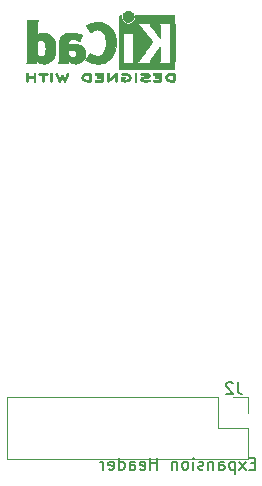
<source format=gbr>
G04 #@! TF.GenerationSoftware,KiCad,Pcbnew,(5.1.5)-3*
G04 #@! TF.CreationDate,2019-12-30T23:18:51-05:00*
G04 #@! TF.ProjectId,Quad_Diff_Out,51756164-5f44-4696-9666-5f4f75742e6b,v3*
G04 #@! TF.SameCoordinates,Original*
G04 #@! TF.FileFunction,Legend,Bot*
G04 #@! TF.FilePolarity,Positive*
%FSLAX46Y46*%
G04 Gerber Fmt 4.6, Leading zero omitted, Abs format (unit mm)*
G04 Created by KiCad (PCBNEW (5.1.5)-3) date 2019-12-30 23:18:51*
%MOMM*%
%LPD*%
G04 APERTURE LIST*
%ADD10C,0.010000*%
%ADD11C,0.120000*%
%ADD12C,0.150000*%
G04 APERTURE END LIST*
D10*
G36*
X143571177Y-74274533D02*
G01*
X143539798Y-74296776D01*
X143512089Y-74324485D01*
X143512089Y-74633920D01*
X143512162Y-74725799D01*
X143512505Y-74797840D01*
X143513308Y-74852780D01*
X143514759Y-74893360D01*
X143517048Y-74922317D01*
X143520364Y-74942391D01*
X143524895Y-74956321D01*
X143530831Y-74966845D01*
X143535486Y-74973100D01*
X143566217Y-74997673D01*
X143601504Y-75000341D01*
X143633755Y-74985271D01*
X143644412Y-74976374D01*
X143651536Y-74964557D01*
X143655833Y-74945526D01*
X143658009Y-74914992D01*
X143658772Y-74868662D01*
X143658845Y-74832871D01*
X143658845Y-74698045D01*
X144155556Y-74698045D01*
X144155556Y-74820700D01*
X144156069Y-74876787D01*
X144158124Y-74915333D01*
X144162492Y-74941361D01*
X144169944Y-74959897D01*
X144178953Y-74973100D01*
X144209856Y-74997604D01*
X144244804Y-75000506D01*
X144278262Y-74983089D01*
X144287396Y-74973959D01*
X144293848Y-74961855D01*
X144298103Y-74943001D01*
X144300648Y-74913620D01*
X144301971Y-74869937D01*
X144302557Y-74808175D01*
X144302625Y-74794000D01*
X144303109Y-74677631D01*
X144303359Y-74581727D01*
X144303277Y-74504177D01*
X144302769Y-74442869D01*
X144301738Y-74395690D01*
X144300087Y-74360530D01*
X144297721Y-74335276D01*
X144294543Y-74317817D01*
X144290456Y-74306041D01*
X144285366Y-74297835D01*
X144279734Y-74291645D01*
X144247872Y-74271844D01*
X144214643Y-74274533D01*
X144183265Y-74296776D01*
X144170567Y-74311126D01*
X144162474Y-74326978D01*
X144157958Y-74349554D01*
X144155994Y-74384078D01*
X144155556Y-74435776D01*
X144155556Y-74551289D01*
X143658845Y-74551289D01*
X143658845Y-74432756D01*
X143658338Y-74378148D01*
X143656302Y-74341275D01*
X143651965Y-74317307D01*
X143644553Y-74301415D01*
X143636267Y-74291645D01*
X143604406Y-74271844D01*
X143571177Y-74274533D01*
G37*
X143571177Y-74274533D02*
X143539798Y-74296776D01*
X143512089Y-74324485D01*
X143512089Y-74633920D01*
X143512162Y-74725799D01*
X143512505Y-74797840D01*
X143513308Y-74852780D01*
X143514759Y-74893360D01*
X143517048Y-74922317D01*
X143520364Y-74942391D01*
X143524895Y-74956321D01*
X143530831Y-74966845D01*
X143535486Y-74973100D01*
X143566217Y-74997673D01*
X143601504Y-75000341D01*
X143633755Y-74985271D01*
X143644412Y-74976374D01*
X143651536Y-74964557D01*
X143655833Y-74945526D01*
X143658009Y-74914992D01*
X143658772Y-74868662D01*
X143658845Y-74832871D01*
X143658845Y-74698045D01*
X144155556Y-74698045D01*
X144155556Y-74820700D01*
X144156069Y-74876787D01*
X144158124Y-74915333D01*
X144162492Y-74941361D01*
X144169944Y-74959897D01*
X144178953Y-74973100D01*
X144209856Y-74997604D01*
X144244804Y-75000506D01*
X144278262Y-74983089D01*
X144287396Y-74973959D01*
X144293848Y-74961855D01*
X144298103Y-74943001D01*
X144300648Y-74913620D01*
X144301971Y-74869937D01*
X144302557Y-74808175D01*
X144302625Y-74794000D01*
X144303109Y-74677631D01*
X144303359Y-74581727D01*
X144303277Y-74504177D01*
X144302769Y-74442869D01*
X144301738Y-74395690D01*
X144300087Y-74360530D01*
X144297721Y-74335276D01*
X144294543Y-74317817D01*
X144290456Y-74306041D01*
X144285366Y-74297835D01*
X144279734Y-74291645D01*
X144247872Y-74271844D01*
X144214643Y-74274533D01*
X144183265Y-74296776D01*
X144170567Y-74311126D01*
X144162474Y-74326978D01*
X144157958Y-74349554D01*
X144155994Y-74384078D01*
X144155556Y-74435776D01*
X144155556Y-74551289D01*
X143658845Y-74551289D01*
X143658845Y-74432756D01*
X143658338Y-74378148D01*
X143656302Y-74341275D01*
X143651965Y-74317307D01*
X143644553Y-74301415D01*
X143636267Y-74291645D01*
X143604406Y-74271844D01*
X143571177Y-74274533D01*
G36*
X144836935Y-74269163D02*
G01*
X144758228Y-74269542D01*
X144697137Y-74270333D01*
X144651183Y-74271670D01*
X144617886Y-74273683D01*
X144594764Y-74276506D01*
X144579338Y-74280269D01*
X144569129Y-74285105D01*
X144564187Y-74288822D01*
X144538543Y-74321358D01*
X144535441Y-74355138D01*
X144551289Y-74385826D01*
X144561652Y-74398089D01*
X144572804Y-74406450D01*
X144588965Y-74411657D01*
X144614358Y-74414457D01*
X144653202Y-74415596D01*
X144709720Y-74415821D01*
X144720820Y-74415822D01*
X144866756Y-74415822D01*
X144866756Y-74686756D01*
X144866852Y-74772154D01*
X144867289Y-74837864D01*
X144868288Y-74886774D01*
X144870072Y-74921773D01*
X144872863Y-74945749D01*
X144876883Y-74961593D01*
X144882355Y-74972191D01*
X144889334Y-74980267D01*
X144922266Y-75000112D01*
X144956646Y-74998548D01*
X144987824Y-74975906D01*
X144990114Y-74973100D01*
X144997571Y-74962492D01*
X145003253Y-74950081D01*
X145007399Y-74932850D01*
X145010250Y-74907784D01*
X145012046Y-74871867D01*
X145013028Y-74822083D01*
X145013436Y-74755417D01*
X145013511Y-74679589D01*
X145013511Y-74415822D01*
X145152873Y-74415822D01*
X145212678Y-74415418D01*
X145254082Y-74413840D01*
X145281252Y-74410547D01*
X145298354Y-74404992D01*
X145309557Y-74396631D01*
X145310917Y-74395178D01*
X145327275Y-74361939D01*
X145325828Y-74324362D01*
X145307022Y-74291645D01*
X145299750Y-74285298D01*
X145290373Y-74280266D01*
X145276391Y-74276396D01*
X145255304Y-74273537D01*
X145224611Y-74271535D01*
X145181811Y-74270239D01*
X145124405Y-74269498D01*
X145049890Y-74269158D01*
X144955767Y-74269068D01*
X144935740Y-74269067D01*
X144836935Y-74269163D01*
G37*
X144836935Y-74269163D02*
X144758228Y-74269542D01*
X144697137Y-74270333D01*
X144651183Y-74271670D01*
X144617886Y-74273683D01*
X144594764Y-74276506D01*
X144579338Y-74280269D01*
X144569129Y-74285105D01*
X144564187Y-74288822D01*
X144538543Y-74321358D01*
X144535441Y-74355138D01*
X144551289Y-74385826D01*
X144561652Y-74398089D01*
X144572804Y-74406450D01*
X144588965Y-74411657D01*
X144614358Y-74414457D01*
X144653202Y-74415596D01*
X144709720Y-74415821D01*
X144720820Y-74415822D01*
X144866756Y-74415822D01*
X144866756Y-74686756D01*
X144866852Y-74772154D01*
X144867289Y-74837864D01*
X144868288Y-74886774D01*
X144870072Y-74921773D01*
X144872863Y-74945749D01*
X144876883Y-74961593D01*
X144882355Y-74972191D01*
X144889334Y-74980267D01*
X144922266Y-75000112D01*
X144956646Y-74998548D01*
X144987824Y-74975906D01*
X144990114Y-74973100D01*
X144997571Y-74962492D01*
X145003253Y-74950081D01*
X145007399Y-74932850D01*
X145010250Y-74907784D01*
X145012046Y-74871867D01*
X145013028Y-74822083D01*
X145013436Y-74755417D01*
X145013511Y-74679589D01*
X145013511Y-74415822D01*
X145152873Y-74415822D01*
X145212678Y-74415418D01*
X145254082Y-74413840D01*
X145281252Y-74410547D01*
X145298354Y-74404992D01*
X145309557Y-74396631D01*
X145310917Y-74395178D01*
X145327275Y-74361939D01*
X145325828Y-74324362D01*
X145307022Y-74291645D01*
X145299750Y-74285298D01*
X145290373Y-74280266D01*
X145276391Y-74276396D01*
X145255304Y-74273537D01*
X145224611Y-74271535D01*
X145181811Y-74270239D01*
X145124405Y-74269498D01*
X145049890Y-74269158D01*
X144955767Y-74269068D01*
X144935740Y-74269067D01*
X144836935Y-74269163D01*
G36*
X145611386Y-74275877D02*
G01*
X145587673Y-74290647D01*
X145561022Y-74312227D01*
X145561022Y-74633773D01*
X145561107Y-74727830D01*
X145561471Y-74801932D01*
X145562276Y-74858704D01*
X145563687Y-74900768D01*
X145565867Y-74930748D01*
X145568979Y-74951267D01*
X145573186Y-74964949D01*
X145578652Y-74974416D01*
X145582528Y-74979082D01*
X145613966Y-74999575D01*
X145649767Y-74998739D01*
X145681127Y-74981264D01*
X145707778Y-74959684D01*
X145707778Y-74312227D01*
X145681127Y-74290647D01*
X145655406Y-74274949D01*
X145634400Y-74269067D01*
X145611386Y-74275877D01*
G37*
X145611386Y-74275877D02*
X145587673Y-74290647D01*
X145561022Y-74312227D01*
X145561022Y-74633773D01*
X145561107Y-74727830D01*
X145561471Y-74801932D01*
X145562276Y-74858704D01*
X145563687Y-74900768D01*
X145565867Y-74930748D01*
X145568979Y-74951267D01*
X145573186Y-74964949D01*
X145578652Y-74974416D01*
X145582528Y-74979082D01*
X145613966Y-74999575D01*
X145649767Y-74998739D01*
X145681127Y-74981264D01*
X145707778Y-74959684D01*
X145707778Y-74312227D01*
X145681127Y-74290647D01*
X145655406Y-74274949D01*
X145634400Y-74269067D01*
X145611386Y-74275877D01*
G36*
X146055335Y-74271034D02*
G01*
X146035745Y-74278035D01*
X146034990Y-74278377D01*
X146008387Y-74298678D01*
X145993730Y-74319561D01*
X145990862Y-74329352D01*
X145991004Y-74342361D01*
X145995039Y-74360895D01*
X146003854Y-74387257D01*
X146018331Y-74423752D01*
X146039355Y-74472687D01*
X146067812Y-74536365D01*
X146104585Y-74617093D01*
X146124825Y-74661216D01*
X146161375Y-74739985D01*
X146195685Y-74812423D01*
X146226448Y-74875880D01*
X146252352Y-74927708D01*
X146272090Y-74965259D01*
X146284350Y-74985884D01*
X146286776Y-74988733D01*
X146317817Y-75001302D01*
X146352879Y-74999619D01*
X146381000Y-74984332D01*
X146382146Y-74983089D01*
X146393332Y-74966154D01*
X146412096Y-74933170D01*
X146436125Y-74888380D01*
X146463103Y-74836032D01*
X146472799Y-74816742D01*
X146545986Y-74670150D01*
X146625760Y-74829393D01*
X146654233Y-74884415D01*
X146680650Y-74932132D01*
X146702852Y-74968893D01*
X146718681Y-74991044D01*
X146724046Y-74995741D01*
X146765743Y-75002102D01*
X146800151Y-74988733D01*
X146810272Y-74974446D01*
X146827786Y-74942692D01*
X146851265Y-74896597D01*
X146879280Y-74839285D01*
X146910401Y-74773880D01*
X146943201Y-74703507D01*
X146976250Y-74631291D01*
X147008119Y-74560355D01*
X147037381Y-74493825D01*
X147062605Y-74434826D01*
X147082364Y-74386481D01*
X147095228Y-74351915D01*
X147099769Y-74334253D01*
X147099723Y-74333613D01*
X147088674Y-74311388D01*
X147066590Y-74288753D01*
X147065290Y-74287768D01*
X147038147Y-74272425D01*
X147013042Y-74272574D01*
X147003632Y-74275466D01*
X146992166Y-74281718D01*
X146979990Y-74294014D01*
X146965643Y-74314908D01*
X146947664Y-74346949D01*
X146924593Y-74392688D01*
X146894970Y-74454677D01*
X146868255Y-74511898D01*
X146837520Y-74578226D01*
X146809979Y-74637874D01*
X146787062Y-74687725D01*
X146770202Y-74724664D01*
X146760827Y-74745573D01*
X146759460Y-74748845D01*
X146753311Y-74743497D01*
X146739178Y-74721109D01*
X146718943Y-74684946D01*
X146694485Y-74638277D01*
X146684752Y-74619022D01*
X146651783Y-74554004D01*
X146626357Y-74506654D01*
X146606388Y-74474219D01*
X146589790Y-74453946D01*
X146574476Y-74443082D01*
X146558360Y-74438875D01*
X146547857Y-74438400D01*
X146529330Y-74440042D01*
X146513096Y-74446831D01*
X146496965Y-74461566D01*
X146478749Y-74487044D01*
X146456261Y-74526061D01*
X146427311Y-74581414D01*
X146411338Y-74612903D01*
X146385430Y-74663087D01*
X146362833Y-74704704D01*
X146345542Y-74734242D01*
X146335550Y-74748189D01*
X146334191Y-74748770D01*
X146327739Y-74737793D01*
X146313292Y-74709290D01*
X146292297Y-74666244D01*
X146266203Y-74611638D01*
X146236454Y-74548454D01*
X146221820Y-74517071D01*
X146183750Y-74436078D01*
X146153095Y-74373756D01*
X146128263Y-74328071D01*
X146107663Y-74296989D01*
X146089702Y-74278478D01*
X146072790Y-74270504D01*
X146055335Y-74271034D01*
G37*
X146055335Y-74271034D02*
X146035745Y-74278035D01*
X146034990Y-74278377D01*
X146008387Y-74298678D01*
X145993730Y-74319561D01*
X145990862Y-74329352D01*
X145991004Y-74342361D01*
X145995039Y-74360895D01*
X146003854Y-74387257D01*
X146018331Y-74423752D01*
X146039355Y-74472687D01*
X146067812Y-74536365D01*
X146104585Y-74617093D01*
X146124825Y-74661216D01*
X146161375Y-74739985D01*
X146195685Y-74812423D01*
X146226448Y-74875880D01*
X146252352Y-74927708D01*
X146272090Y-74965259D01*
X146284350Y-74985884D01*
X146286776Y-74988733D01*
X146317817Y-75001302D01*
X146352879Y-74999619D01*
X146381000Y-74984332D01*
X146382146Y-74983089D01*
X146393332Y-74966154D01*
X146412096Y-74933170D01*
X146436125Y-74888380D01*
X146463103Y-74836032D01*
X146472799Y-74816742D01*
X146545986Y-74670150D01*
X146625760Y-74829393D01*
X146654233Y-74884415D01*
X146680650Y-74932132D01*
X146702852Y-74968893D01*
X146718681Y-74991044D01*
X146724046Y-74995741D01*
X146765743Y-75002102D01*
X146800151Y-74988733D01*
X146810272Y-74974446D01*
X146827786Y-74942692D01*
X146851265Y-74896597D01*
X146879280Y-74839285D01*
X146910401Y-74773880D01*
X146943201Y-74703507D01*
X146976250Y-74631291D01*
X147008119Y-74560355D01*
X147037381Y-74493825D01*
X147062605Y-74434826D01*
X147082364Y-74386481D01*
X147095228Y-74351915D01*
X147099769Y-74334253D01*
X147099723Y-74333613D01*
X147088674Y-74311388D01*
X147066590Y-74288753D01*
X147065290Y-74287768D01*
X147038147Y-74272425D01*
X147013042Y-74272574D01*
X147003632Y-74275466D01*
X146992166Y-74281718D01*
X146979990Y-74294014D01*
X146965643Y-74314908D01*
X146947664Y-74346949D01*
X146924593Y-74392688D01*
X146894970Y-74454677D01*
X146868255Y-74511898D01*
X146837520Y-74578226D01*
X146809979Y-74637874D01*
X146787062Y-74687725D01*
X146770202Y-74724664D01*
X146760827Y-74745573D01*
X146759460Y-74748845D01*
X146753311Y-74743497D01*
X146739178Y-74721109D01*
X146718943Y-74684946D01*
X146694485Y-74638277D01*
X146684752Y-74619022D01*
X146651783Y-74554004D01*
X146626357Y-74506654D01*
X146606388Y-74474219D01*
X146589790Y-74453946D01*
X146574476Y-74443082D01*
X146558360Y-74438875D01*
X146547857Y-74438400D01*
X146529330Y-74440042D01*
X146513096Y-74446831D01*
X146496965Y-74461566D01*
X146478749Y-74487044D01*
X146456261Y-74526061D01*
X146427311Y-74581414D01*
X146411338Y-74612903D01*
X146385430Y-74663087D01*
X146362833Y-74704704D01*
X146345542Y-74734242D01*
X146335550Y-74748189D01*
X146334191Y-74748770D01*
X146327739Y-74737793D01*
X146313292Y-74709290D01*
X146292297Y-74666244D01*
X146266203Y-74611638D01*
X146236454Y-74548454D01*
X146221820Y-74517071D01*
X146183750Y-74436078D01*
X146153095Y-74373756D01*
X146128263Y-74328071D01*
X146107663Y-74296989D01*
X146089702Y-74278478D01*
X146072790Y-74270504D01*
X146055335Y-74271034D01*
G36*
X148781691Y-74269275D02*
G01*
X148652712Y-74273636D01*
X148543009Y-74286861D01*
X148450774Y-74309741D01*
X148374198Y-74343070D01*
X148311473Y-74387638D01*
X148260788Y-74444236D01*
X148220337Y-74513658D01*
X148219541Y-74515351D01*
X148195399Y-74577483D01*
X148186797Y-74632509D01*
X148193769Y-74687887D01*
X148216346Y-74751073D01*
X148220628Y-74760689D01*
X148249828Y-74816966D01*
X148282644Y-74860451D01*
X148324998Y-74897417D01*
X148382810Y-74934135D01*
X148386169Y-74936052D01*
X148436496Y-74960227D01*
X148493379Y-74978282D01*
X148560473Y-74990839D01*
X148641435Y-74998522D01*
X148739918Y-75001953D01*
X148774714Y-75002251D01*
X148940406Y-75002845D01*
X148963803Y-74973100D01*
X148970743Y-74963319D01*
X148976158Y-74951897D01*
X148980235Y-74936095D01*
X148983163Y-74913175D01*
X148985133Y-74880396D01*
X148985775Y-74856089D01*
X148829156Y-74856089D01*
X148735274Y-74856089D01*
X148680336Y-74854483D01*
X148623940Y-74850255D01*
X148577655Y-74844292D01*
X148574861Y-74843790D01*
X148492652Y-74821736D01*
X148428886Y-74788600D01*
X148381548Y-74742847D01*
X148348618Y-74682939D01*
X148342892Y-74667061D01*
X148337279Y-74642333D01*
X148339709Y-74617902D01*
X148351533Y-74585400D01*
X148358660Y-74569434D01*
X148382000Y-74527006D01*
X148410120Y-74497240D01*
X148441060Y-74476511D01*
X148503034Y-74449537D01*
X148582349Y-74429998D01*
X148674747Y-74418746D01*
X148741667Y-74416270D01*
X148829156Y-74415822D01*
X148829156Y-74856089D01*
X148985775Y-74856089D01*
X148986332Y-74835021D01*
X148986950Y-74774311D01*
X148987175Y-74695526D01*
X148987200Y-74633920D01*
X148987200Y-74324485D01*
X148959491Y-74296776D01*
X148947194Y-74285544D01*
X148933897Y-74277853D01*
X148915328Y-74273040D01*
X148887214Y-74270446D01*
X148845283Y-74269410D01*
X148785263Y-74269270D01*
X148781691Y-74269275D01*
G37*
X148781691Y-74269275D02*
X148652712Y-74273636D01*
X148543009Y-74286861D01*
X148450774Y-74309741D01*
X148374198Y-74343070D01*
X148311473Y-74387638D01*
X148260788Y-74444236D01*
X148220337Y-74513658D01*
X148219541Y-74515351D01*
X148195399Y-74577483D01*
X148186797Y-74632509D01*
X148193769Y-74687887D01*
X148216346Y-74751073D01*
X148220628Y-74760689D01*
X148249828Y-74816966D01*
X148282644Y-74860451D01*
X148324998Y-74897417D01*
X148382810Y-74934135D01*
X148386169Y-74936052D01*
X148436496Y-74960227D01*
X148493379Y-74978282D01*
X148560473Y-74990839D01*
X148641435Y-74998522D01*
X148739918Y-75001953D01*
X148774714Y-75002251D01*
X148940406Y-75002845D01*
X148963803Y-74973100D01*
X148970743Y-74963319D01*
X148976158Y-74951897D01*
X148980235Y-74936095D01*
X148983163Y-74913175D01*
X148985133Y-74880396D01*
X148985775Y-74856089D01*
X148829156Y-74856089D01*
X148735274Y-74856089D01*
X148680336Y-74854483D01*
X148623940Y-74850255D01*
X148577655Y-74844292D01*
X148574861Y-74843790D01*
X148492652Y-74821736D01*
X148428886Y-74788600D01*
X148381548Y-74742847D01*
X148348618Y-74682939D01*
X148342892Y-74667061D01*
X148337279Y-74642333D01*
X148339709Y-74617902D01*
X148351533Y-74585400D01*
X148358660Y-74569434D01*
X148382000Y-74527006D01*
X148410120Y-74497240D01*
X148441060Y-74476511D01*
X148503034Y-74449537D01*
X148582349Y-74429998D01*
X148674747Y-74418746D01*
X148741667Y-74416270D01*
X148829156Y-74415822D01*
X148829156Y-74856089D01*
X148985775Y-74856089D01*
X148986332Y-74835021D01*
X148986950Y-74774311D01*
X148987175Y-74695526D01*
X148987200Y-74633920D01*
X148987200Y-74324485D01*
X148959491Y-74296776D01*
X148947194Y-74285544D01*
X148933897Y-74277853D01*
X148915328Y-74273040D01*
X148887214Y-74270446D01*
X148845283Y-74269410D01*
X148785263Y-74269270D01*
X148781691Y-74269275D01*
G36*
X149569657Y-74269260D02*
G01*
X149493299Y-74270174D01*
X149434783Y-74272311D01*
X149391745Y-74276175D01*
X149361817Y-74282267D01*
X149342632Y-74291090D01*
X149331824Y-74303146D01*
X149327027Y-74318939D01*
X149325873Y-74338970D01*
X149325867Y-74341335D01*
X149326869Y-74363992D01*
X149331604Y-74381503D01*
X149342667Y-74394574D01*
X149362652Y-74403913D01*
X149394154Y-74410227D01*
X149439768Y-74414222D01*
X149502087Y-74416606D01*
X149583707Y-74418086D01*
X149608723Y-74418414D01*
X149850800Y-74421467D01*
X149854186Y-74486378D01*
X149857571Y-74551289D01*
X149689424Y-74551289D01*
X149623734Y-74551531D01*
X149576828Y-74552556D01*
X149544917Y-74554811D01*
X149524209Y-74558742D01*
X149510916Y-74564798D01*
X149501245Y-74573424D01*
X149501183Y-74573493D01*
X149483644Y-74607112D01*
X149484278Y-74643448D01*
X149502686Y-74674423D01*
X149506329Y-74677607D01*
X149519259Y-74685812D01*
X149536976Y-74691521D01*
X149563430Y-74695162D01*
X149602568Y-74697167D01*
X149658338Y-74697964D01*
X149694006Y-74698045D01*
X149856445Y-74698045D01*
X149856445Y-74856089D01*
X149609839Y-74856089D01*
X149528420Y-74856231D01*
X149466590Y-74856814D01*
X149421363Y-74858068D01*
X149389752Y-74860227D01*
X149368769Y-74863523D01*
X149355427Y-74868189D01*
X149346739Y-74874457D01*
X149344550Y-74876733D01*
X149328386Y-74908280D01*
X149327203Y-74944168D01*
X149340464Y-74975285D01*
X149350957Y-74985271D01*
X149361871Y-74990769D01*
X149378783Y-74995022D01*
X149404367Y-74998180D01*
X149441299Y-75000392D01*
X149492254Y-75001806D01*
X149559906Y-75002572D01*
X149646931Y-75002838D01*
X149666606Y-75002845D01*
X149755089Y-75002787D01*
X149823773Y-75002467D01*
X149875436Y-75001667D01*
X149912855Y-75000167D01*
X149938810Y-74997749D01*
X149956078Y-74994194D01*
X149967438Y-74989282D01*
X149975668Y-74982795D01*
X149980183Y-74978138D01*
X149986979Y-74969889D01*
X149992288Y-74959669D01*
X149996294Y-74944800D01*
X149999179Y-74922602D01*
X150001126Y-74890393D01*
X150002319Y-74845496D01*
X150002939Y-74785228D01*
X150003171Y-74706911D01*
X150003200Y-74640994D01*
X150003129Y-74548628D01*
X150002792Y-74476117D01*
X150002002Y-74420737D01*
X150000574Y-74379765D01*
X149998321Y-74350478D01*
X149995057Y-74330153D01*
X149990596Y-74316066D01*
X149984752Y-74305495D01*
X149979803Y-74298811D01*
X149956406Y-74269067D01*
X149666226Y-74269067D01*
X149569657Y-74269260D01*
G37*
X149569657Y-74269260D02*
X149493299Y-74270174D01*
X149434783Y-74272311D01*
X149391745Y-74276175D01*
X149361817Y-74282267D01*
X149342632Y-74291090D01*
X149331824Y-74303146D01*
X149327027Y-74318939D01*
X149325873Y-74338970D01*
X149325867Y-74341335D01*
X149326869Y-74363992D01*
X149331604Y-74381503D01*
X149342667Y-74394574D01*
X149362652Y-74403913D01*
X149394154Y-74410227D01*
X149439768Y-74414222D01*
X149502087Y-74416606D01*
X149583707Y-74418086D01*
X149608723Y-74418414D01*
X149850800Y-74421467D01*
X149854186Y-74486378D01*
X149857571Y-74551289D01*
X149689424Y-74551289D01*
X149623734Y-74551531D01*
X149576828Y-74552556D01*
X149544917Y-74554811D01*
X149524209Y-74558742D01*
X149510916Y-74564798D01*
X149501245Y-74573424D01*
X149501183Y-74573493D01*
X149483644Y-74607112D01*
X149484278Y-74643448D01*
X149502686Y-74674423D01*
X149506329Y-74677607D01*
X149519259Y-74685812D01*
X149536976Y-74691521D01*
X149563430Y-74695162D01*
X149602568Y-74697167D01*
X149658338Y-74697964D01*
X149694006Y-74698045D01*
X149856445Y-74698045D01*
X149856445Y-74856089D01*
X149609839Y-74856089D01*
X149528420Y-74856231D01*
X149466590Y-74856814D01*
X149421363Y-74858068D01*
X149389752Y-74860227D01*
X149368769Y-74863523D01*
X149355427Y-74868189D01*
X149346739Y-74874457D01*
X149344550Y-74876733D01*
X149328386Y-74908280D01*
X149327203Y-74944168D01*
X149340464Y-74975285D01*
X149350957Y-74985271D01*
X149361871Y-74990769D01*
X149378783Y-74995022D01*
X149404367Y-74998180D01*
X149441299Y-75000392D01*
X149492254Y-75001806D01*
X149559906Y-75002572D01*
X149646931Y-75002838D01*
X149666606Y-75002845D01*
X149755089Y-75002787D01*
X149823773Y-75002467D01*
X149875436Y-75001667D01*
X149912855Y-75000167D01*
X149938810Y-74997749D01*
X149956078Y-74994194D01*
X149967438Y-74989282D01*
X149975668Y-74982795D01*
X149980183Y-74978138D01*
X149986979Y-74969889D01*
X149992288Y-74959669D01*
X149996294Y-74944800D01*
X149999179Y-74922602D01*
X150001126Y-74890393D01*
X150002319Y-74845496D01*
X150002939Y-74785228D01*
X150003171Y-74706911D01*
X150003200Y-74640994D01*
X150003129Y-74548628D01*
X150002792Y-74476117D01*
X150002002Y-74420737D01*
X150000574Y-74379765D01*
X149998321Y-74350478D01*
X149995057Y-74330153D01*
X149990596Y-74316066D01*
X149984752Y-74305495D01*
X149979803Y-74298811D01*
X149956406Y-74269067D01*
X149666226Y-74269067D01*
X149569657Y-74269260D01*
G36*
X151100114Y-74273448D02*
G01*
X151076548Y-74287273D01*
X151045735Y-74309881D01*
X151006078Y-74342338D01*
X150955980Y-74385708D01*
X150893843Y-74441058D01*
X150818072Y-74509451D01*
X150731334Y-74588084D01*
X150550711Y-74751878D01*
X150545067Y-74532029D01*
X150543029Y-74456351D01*
X150541063Y-74399994D01*
X150538734Y-74359706D01*
X150535606Y-74332235D01*
X150531245Y-74314329D01*
X150525216Y-74302737D01*
X150517084Y-74294208D01*
X150512772Y-74290623D01*
X150478241Y-74271670D01*
X150445383Y-74274441D01*
X150419318Y-74290633D01*
X150392667Y-74312199D01*
X150389352Y-74627151D01*
X150388435Y-74719779D01*
X150387968Y-74792544D01*
X150388113Y-74848161D01*
X150389032Y-74889342D01*
X150390887Y-74918803D01*
X150393839Y-74939255D01*
X150398050Y-74953413D01*
X150403682Y-74963991D01*
X150409927Y-74972474D01*
X150423439Y-74988207D01*
X150436883Y-74998636D01*
X150452124Y-75002639D01*
X150471026Y-74999094D01*
X150495455Y-74986879D01*
X150527273Y-74964871D01*
X150568348Y-74931949D01*
X150620542Y-74886991D01*
X150685722Y-74828875D01*
X150759556Y-74762099D01*
X151024845Y-74521458D01*
X151030489Y-74740589D01*
X151032531Y-74816128D01*
X151034502Y-74872354D01*
X151036839Y-74912524D01*
X151039981Y-74939896D01*
X151044364Y-74957728D01*
X151050424Y-74969279D01*
X151058600Y-74977807D01*
X151062784Y-74981282D01*
X151099765Y-75000372D01*
X151134708Y-74997493D01*
X151165136Y-74973100D01*
X151172097Y-74963286D01*
X151177523Y-74951826D01*
X151181603Y-74935968D01*
X151184529Y-74912963D01*
X151186492Y-74880062D01*
X151187683Y-74834516D01*
X151188292Y-74773573D01*
X151188511Y-74694486D01*
X151188534Y-74635956D01*
X151188460Y-74544407D01*
X151188113Y-74472687D01*
X151187301Y-74418045D01*
X151185833Y-74377732D01*
X151183519Y-74348998D01*
X151180167Y-74329093D01*
X151175588Y-74315268D01*
X151169589Y-74304772D01*
X151165136Y-74298811D01*
X151153850Y-74284691D01*
X151143301Y-74274029D01*
X151131893Y-74267892D01*
X151118030Y-74267343D01*
X151100114Y-74273448D01*
G37*
X151100114Y-74273448D02*
X151076548Y-74287273D01*
X151045735Y-74309881D01*
X151006078Y-74342338D01*
X150955980Y-74385708D01*
X150893843Y-74441058D01*
X150818072Y-74509451D01*
X150731334Y-74588084D01*
X150550711Y-74751878D01*
X150545067Y-74532029D01*
X150543029Y-74456351D01*
X150541063Y-74399994D01*
X150538734Y-74359706D01*
X150535606Y-74332235D01*
X150531245Y-74314329D01*
X150525216Y-74302737D01*
X150517084Y-74294208D01*
X150512772Y-74290623D01*
X150478241Y-74271670D01*
X150445383Y-74274441D01*
X150419318Y-74290633D01*
X150392667Y-74312199D01*
X150389352Y-74627151D01*
X150388435Y-74719779D01*
X150387968Y-74792544D01*
X150388113Y-74848161D01*
X150389032Y-74889342D01*
X150390887Y-74918803D01*
X150393839Y-74939255D01*
X150398050Y-74953413D01*
X150403682Y-74963991D01*
X150409927Y-74972474D01*
X150423439Y-74988207D01*
X150436883Y-74998636D01*
X150452124Y-75002639D01*
X150471026Y-74999094D01*
X150495455Y-74986879D01*
X150527273Y-74964871D01*
X150568348Y-74931949D01*
X150620542Y-74886991D01*
X150685722Y-74828875D01*
X150759556Y-74762099D01*
X151024845Y-74521458D01*
X151030489Y-74740589D01*
X151032531Y-74816128D01*
X151034502Y-74872354D01*
X151036839Y-74912524D01*
X151039981Y-74939896D01*
X151044364Y-74957728D01*
X151050424Y-74969279D01*
X151058600Y-74977807D01*
X151062784Y-74981282D01*
X151099765Y-75000372D01*
X151134708Y-74997493D01*
X151165136Y-74973100D01*
X151172097Y-74963286D01*
X151177523Y-74951826D01*
X151181603Y-74935968D01*
X151184529Y-74912963D01*
X151186492Y-74880062D01*
X151187683Y-74834516D01*
X151188292Y-74773573D01*
X151188511Y-74694486D01*
X151188534Y-74635956D01*
X151188460Y-74544407D01*
X151188113Y-74472687D01*
X151187301Y-74418045D01*
X151185833Y-74377732D01*
X151183519Y-74348998D01*
X151180167Y-74329093D01*
X151175588Y-74315268D01*
X151169589Y-74304772D01*
X151165136Y-74298811D01*
X151153850Y-74284691D01*
X151143301Y-74274029D01*
X151131893Y-74267892D01*
X151118030Y-74267343D01*
X151100114Y-74273448D01*
G36*
X151750081Y-74274599D02*
G01*
X151681565Y-74286095D01*
X151628943Y-74303967D01*
X151594708Y-74327499D01*
X151585379Y-74340924D01*
X151575893Y-74372148D01*
X151582277Y-74400395D01*
X151602430Y-74427182D01*
X151633745Y-74439713D01*
X151679183Y-74438696D01*
X151714326Y-74431906D01*
X151792419Y-74418971D01*
X151872226Y-74417742D01*
X151961555Y-74428241D01*
X151986229Y-74432690D01*
X152069291Y-74456108D01*
X152134273Y-74490945D01*
X152180461Y-74536604D01*
X152207145Y-74592494D01*
X152212663Y-74621388D01*
X152209051Y-74680012D01*
X152185729Y-74731879D01*
X152144824Y-74775978D01*
X152088459Y-74811299D01*
X152018760Y-74836829D01*
X151937852Y-74851559D01*
X151847860Y-74854478D01*
X151750910Y-74844575D01*
X151745436Y-74843641D01*
X151706875Y-74836459D01*
X151685494Y-74829521D01*
X151676227Y-74819227D01*
X151674006Y-74801976D01*
X151673956Y-74792841D01*
X151673956Y-74754489D01*
X151742431Y-74754489D01*
X151802900Y-74750347D01*
X151844165Y-74737147D01*
X151868175Y-74713730D01*
X151876877Y-74678936D01*
X151876983Y-74674394D01*
X151871892Y-74644654D01*
X151854433Y-74623419D01*
X151821939Y-74609366D01*
X151771743Y-74601173D01*
X151723123Y-74598161D01*
X151652456Y-74596433D01*
X151601198Y-74599070D01*
X151566239Y-74608800D01*
X151544470Y-74628353D01*
X151532780Y-74660456D01*
X151528060Y-74707838D01*
X151527200Y-74770071D01*
X151528609Y-74839535D01*
X151532848Y-74886786D01*
X151539936Y-74912012D01*
X151541311Y-74913988D01*
X151580228Y-74945508D01*
X151637286Y-74970470D01*
X151708869Y-74988340D01*
X151791358Y-74998586D01*
X151881139Y-75000673D01*
X151974592Y-74994068D01*
X152029556Y-74985956D01*
X152115766Y-74961554D01*
X152195892Y-74921662D01*
X152262977Y-74869887D01*
X152273173Y-74859539D01*
X152306302Y-74816035D01*
X152336194Y-74762118D01*
X152359357Y-74705592D01*
X152372298Y-74654259D01*
X152373858Y-74634544D01*
X152367218Y-74593419D01*
X152349568Y-74542252D01*
X152324297Y-74488394D01*
X152294789Y-74439195D01*
X152268719Y-74406334D01*
X152207765Y-74357452D01*
X152128969Y-74318545D01*
X152035157Y-74290494D01*
X151929150Y-74274179D01*
X151832000Y-74270192D01*
X151750081Y-74274599D01*
G37*
X151750081Y-74274599D02*
X151681565Y-74286095D01*
X151628943Y-74303967D01*
X151594708Y-74327499D01*
X151585379Y-74340924D01*
X151575893Y-74372148D01*
X151582277Y-74400395D01*
X151602430Y-74427182D01*
X151633745Y-74439713D01*
X151679183Y-74438696D01*
X151714326Y-74431906D01*
X151792419Y-74418971D01*
X151872226Y-74417742D01*
X151961555Y-74428241D01*
X151986229Y-74432690D01*
X152069291Y-74456108D01*
X152134273Y-74490945D01*
X152180461Y-74536604D01*
X152207145Y-74592494D01*
X152212663Y-74621388D01*
X152209051Y-74680012D01*
X152185729Y-74731879D01*
X152144824Y-74775978D01*
X152088459Y-74811299D01*
X152018760Y-74836829D01*
X151937852Y-74851559D01*
X151847860Y-74854478D01*
X151750910Y-74844575D01*
X151745436Y-74843641D01*
X151706875Y-74836459D01*
X151685494Y-74829521D01*
X151676227Y-74819227D01*
X151674006Y-74801976D01*
X151673956Y-74792841D01*
X151673956Y-74754489D01*
X151742431Y-74754489D01*
X151802900Y-74750347D01*
X151844165Y-74737147D01*
X151868175Y-74713730D01*
X151876877Y-74678936D01*
X151876983Y-74674394D01*
X151871892Y-74644654D01*
X151854433Y-74623419D01*
X151821939Y-74609366D01*
X151771743Y-74601173D01*
X151723123Y-74598161D01*
X151652456Y-74596433D01*
X151601198Y-74599070D01*
X151566239Y-74608800D01*
X151544470Y-74628353D01*
X151532780Y-74660456D01*
X151528060Y-74707838D01*
X151527200Y-74770071D01*
X151528609Y-74839535D01*
X151532848Y-74886786D01*
X151539936Y-74912012D01*
X151541311Y-74913988D01*
X151580228Y-74945508D01*
X151637286Y-74970470D01*
X151708869Y-74988340D01*
X151791358Y-74998586D01*
X151881139Y-75000673D01*
X151974592Y-74994068D01*
X152029556Y-74985956D01*
X152115766Y-74961554D01*
X152195892Y-74921662D01*
X152262977Y-74869887D01*
X152273173Y-74859539D01*
X152306302Y-74816035D01*
X152336194Y-74762118D01*
X152359357Y-74705592D01*
X152372298Y-74654259D01*
X152373858Y-74634544D01*
X152367218Y-74593419D01*
X152349568Y-74542252D01*
X152324297Y-74488394D01*
X152294789Y-74439195D01*
X152268719Y-74406334D01*
X152207765Y-74357452D01*
X152128969Y-74318545D01*
X152035157Y-74290494D01*
X151929150Y-74274179D01*
X151832000Y-74270192D01*
X151750081Y-74274599D01*
G36*
X152723822Y-74291645D02*
G01*
X152717242Y-74299218D01*
X152712079Y-74308987D01*
X152708164Y-74323571D01*
X152705324Y-74345585D01*
X152703387Y-74377648D01*
X152702183Y-74422375D01*
X152701539Y-74482385D01*
X152701284Y-74560294D01*
X152701245Y-74635956D01*
X152701314Y-74729802D01*
X152701638Y-74803689D01*
X152702386Y-74860232D01*
X152703732Y-74902049D01*
X152705846Y-74931757D01*
X152708900Y-74951973D01*
X152713066Y-74965314D01*
X152718516Y-74974398D01*
X152723822Y-74980267D01*
X152756826Y-74999947D01*
X152791991Y-74998181D01*
X152823455Y-74976717D01*
X152830684Y-74968337D01*
X152836334Y-74958614D01*
X152840599Y-74944861D01*
X152843673Y-74924389D01*
X152845752Y-74894512D01*
X152847030Y-74852541D01*
X152847701Y-74795789D01*
X152847959Y-74721567D01*
X152848000Y-74637537D01*
X152848000Y-74324485D01*
X152820291Y-74296776D01*
X152786137Y-74273463D01*
X152753006Y-74272623D01*
X152723822Y-74291645D01*
G37*
X152723822Y-74291645D02*
X152717242Y-74299218D01*
X152712079Y-74308987D01*
X152708164Y-74323571D01*
X152705324Y-74345585D01*
X152703387Y-74377648D01*
X152702183Y-74422375D01*
X152701539Y-74482385D01*
X152701284Y-74560294D01*
X152701245Y-74635956D01*
X152701314Y-74729802D01*
X152701638Y-74803689D01*
X152702386Y-74860232D01*
X152703732Y-74902049D01*
X152705846Y-74931757D01*
X152708900Y-74951973D01*
X152713066Y-74965314D01*
X152718516Y-74974398D01*
X152723822Y-74980267D01*
X152756826Y-74999947D01*
X152791991Y-74998181D01*
X152823455Y-74976717D01*
X152830684Y-74968337D01*
X152836334Y-74958614D01*
X152840599Y-74944861D01*
X152843673Y-74924389D01*
X152845752Y-74894512D01*
X152847030Y-74852541D01*
X152847701Y-74795789D01*
X152847959Y-74721567D01*
X152848000Y-74637537D01*
X152848000Y-74324485D01*
X152820291Y-74296776D01*
X152786137Y-74273463D01*
X152753006Y-74272623D01*
X152723822Y-74291645D01*
G36*
X153491703Y-74270351D02*
G01*
X153416888Y-74275581D01*
X153347306Y-74283750D01*
X153287002Y-74294550D01*
X153240020Y-74307673D01*
X153210406Y-74322813D01*
X153205860Y-74327269D01*
X153190054Y-74361850D01*
X153194847Y-74397351D01*
X153219364Y-74427725D01*
X153220534Y-74428596D01*
X153234954Y-74437954D01*
X153250008Y-74442876D01*
X153271005Y-74443473D01*
X153303257Y-74439861D01*
X153352073Y-74432154D01*
X153356000Y-74431505D01*
X153428739Y-74422569D01*
X153507217Y-74418161D01*
X153585927Y-74418119D01*
X153659361Y-74422279D01*
X153722011Y-74430479D01*
X153768370Y-74442557D01*
X153771416Y-74443771D01*
X153805048Y-74462615D01*
X153816864Y-74481685D01*
X153807614Y-74500439D01*
X153778047Y-74518337D01*
X153728911Y-74534837D01*
X153660957Y-74549396D01*
X153615645Y-74556406D01*
X153521456Y-74569889D01*
X153446544Y-74582214D01*
X153387717Y-74594449D01*
X153341785Y-74607661D01*
X153305555Y-74622917D01*
X153275838Y-74641285D01*
X153249442Y-74663831D01*
X153228230Y-74685971D01*
X153203065Y-74716819D01*
X153190681Y-74743345D01*
X153186808Y-74776026D01*
X153186667Y-74787995D01*
X153189576Y-74827712D01*
X153201202Y-74857259D01*
X153221323Y-74883486D01*
X153262216Y-74923576D01*
X153307817Y-74954149D01*
X153361513Y-74976203D01*
X153426692Y-74990735D01*
X153506744Y-74998741D01*
X153605057Y-75001218D01*
X153621289Y-75001177D01*
X153686849Y-74999818D01*
X153751866Y-74996730D01*
X153809252Y-74992356D01*
X153851922Y-74987140D01*
X153855372Y-74986541D01*
X153897796Y-74976491D01*
X153933780Y-74963796D01*
X153954150Y-74952190D01*
X153973107Y-74921572D01*
X153974427Y-74885918D01*
X153958085Y-74854144D01*
X153954429Y-74850551D01*
X153939315Y-74839876D01*
X153920415Y-74835276D01*
X153891162Y-74836059D01*
X153855651Y-74840127D01*
X153815970Y-74843762D01*
X153760345Y-74846828D01*
X153695406Y-74849053D01*
X153627785Y-74850164D01*
X153610000Y-74850237D01*
X153542128Y-74849964D01*
X153492454Y-74848646D01*
X153456610Y-74845827D01*
X153430224Y-74841050D01*
X153408926Y-74833857D01*
X153396126Y-74827867D01*
X153368000Y-74811233D01*
X153350068Y-74796168D01*
X153347447Y-74791897D01*
X153352976Y-74774263D01*
X153379260Y-74757192D01*
X153424478Y-74741458D01*
X153486808Y-74727838D01*
X153505171Y-74724804D01*
X153601090Y-74709738D01*
X153677641Y-74697146D01*
X153737780Y-74686111D01*
X153784460Y-74675720D01*
X153820637Y-74665056D01*
X153849265Y-74653205D01*
X153873298Y-74639251D01*
X153895692Y-74622281D01*
X153919402Y-74601378D01*
X153927380Y-74594049D01*
X153955353Y-74566699D01*
X153970160Y-74545029D01*
X153975952Y-74520232D01*
X153976889Y-74488983D01*
X153966575Y-74427705D01*
X153935752Y-74375640D01*
X153884595Y-74332958D01*
X153813283Y-74299825D01*
X153762400Y-74284964D01*
X153707100Y-74275366D01*
X153640853Y-74269936D01*
X153567706Y-74268367D01*
X153491703Y-74270351D01*
G37*
X153491703Y-74270351D02*
X153416888Y-74275581D01*
X153347306Y-74283750D01*
X153287002Y-74294550D01*
X153240020Y-74307673D01*
X153210406Y-74322813D01*
X153205860Y-74327269D01*
X153190054Y-74361850D01*
X153194847Y-74397351D01*
X153219364Y-74427725D01*
X153220534Y-74428596D01*
X153234954Y-74437954D01*
X153250008Y-74442876D01*
X153271005Y-74443473D01*
X153303257Y-74439861D01*
X153352073Y-74432154D01*
X153356000Y-74431505D01*
X153428739Y-74422569D01*
X153507217Y-74418161D01*
X153585927Y-74418119D01*
X153659361Y-74422279D01*
X153722011Y-74430479D01*
X153768370Y-74442557D01*
X153771416Y-74443771D01*
X153805048Y-74462615D01*
X153816864Y-74481685D01*
X153807614Y-74500439D01*
X153778047Y-74518337D01*
X153728911Y-74534837D01*
X153660957Y-74549396D01*
X153615645Y-74556406D01*
X153521456Y-74569889D01*
X153446544Y-74582214D01*
X153387717Y-74594449D01*
X153341785Y-74607661D01*
X153305555Y-74622917D01*
X153275838Y-74641285D01*
X153249442Y-74663831D01*
X153228230Y-74685971D01*
X153203065Y-74716819D01*
X153190681Y-74743345D01*
X153186808Y-74776026D01*
X153186667Y-74787995D01*
X153189576Y-74827712D01*
X153201202Y-74857259D01*
X153221323Y-74883486D01*
X153262216Y-74923576D01*
X153307817Y-74954149D01*
X153361513Y-74976203D01*
X153426692Y-74990735D01*
X153506744Y-74998741D01*
X153605057Y-75001218D01*
X153621289Y-75001177D01*
X153686849Y-74999818D01*
X153751866Y-74996730D01*
X153809252Y-74992356D01*
X153851922Y-74987140D01*
X153855372Y-74986541D01*
X153897796Y-74976491D01*
X153933780Y-74963796D01*
X153954150Y-74952190D01*
X153973107Y-74921572D01*
X153974427Y-74885918D01*
X153958085Y-74854144D01*
X153954429Y-74850551D01*
X153939315Y-74839876D01*
X153920415Y-74835276D01*
X153891162Y-74836059D01*
X153855651Y-74840127D01*
X153815970Y-74843762D01*
X153760345Y-74846828D01*
X153695406Y-74849053D01*
X153627785Y-74850164D01*
X153610000Y-74850237D01*
X153542128Y-74849964D01*
X153492454Y-74848646D01*
X153456610Y-74845827D01*
X153430224Y-74841050D01*
X153408926Y-74833857D01*
X153396126Y-74827867D01*
X153368000Y-74811233D01*
X153350068Y-74796168D01*
X153347447Y-74791897D01*
X153352976Y-74774263D01*
X153379260Y-74757192D01*
X153424478Y-74741458D01*
X153486808Y-74727838D01*
X153505171Y-74724804D01*
X153601090Y-74709738D01*
X153677641Y-74697146D01*
X153737780Y-74686111D01*
X153784460Y-74675720D01*
X153820637Y-74665056D01*
X153849265Y-74653205D01*
X153873298Y-74639251D01*
X153895692Y-74622281D01*
X153919402Y-74601378D01*
X153927380Y-74594049D01*
X153955353Y-74566699D01*
X153970160Y-74545029D01*
X153975952Y-74520232D01*
X153976889Y-74488983D01*
X153966575Y-74427705D01*
X153935752Y-74375640D01*
X153884595Y-74332958D01*
X153813283Y-74299825D01*
X153762400Y-74284964D01*
X153707100Y-74275366D01*
X153640853Y-74269936D01*
X153567706Y-74268367D01*
X153491703Y-74270351D01*
G36*
X154512794Y-74269146D02*
G01*
X154443386Y-74269518D01*
X154390997Y-74270385D01*
X154352847Y-74271946D01*
X154326159Y-74274403D01*
X154308153Y-74277957D01*
X154296049Y-74282810D01*
X154287069Y-74289161D01*
X154283818Y-74292084D01*
X154264043Y-74323142D01*
X154260482Y-74358828D01*
X154273491Y-74390510D01*
X154279506Y-74396913D01*
X154289235Y-74403121D01*
X154304901Y-74407910D01*
X154329408Y-74411514D01*
X154365661Y-74414164D01*
X154416565Y-74416095D01*
X154485026Y-74417539D01*
X154547617Y-74418418D01*
X154795334Y-74421467D01*
X154798719Y-74486378D01*
X154802105Y-74551289D01*
X154633958Y-74551289D01*
X154560959Y-74551919D01*
X154507517Y-74554553D01*
X154470628Y-74560309D01*
X154447288Y-74570304D01*
X154434494Y-74585656D01*
X154429242Y-74607482D01*
X154428445Y-74627738D01*
X154430923Y-74652592D01*
X154440277Y-74670906D01*
X154459383Y-74683637D01*
X154491118Y-74691741D01*
X154538359Y-74696176D01*
X154603983Y-74697899D01*
X154639801Y-74698045D01*
X154800978Y-74698045D01*
X154800978Y-74856089D01*
X154552622Y-74856089D01*
X154471213Y-74856202D01*
X154409342Y-74856712D01*
X154363968Y-74857870D01*
X154332054Y-74859930D01*
X154310559Y-74863146D01*
X154296443Y-74867772D01*
X154286668Y-74874059D01*
X154281689Y-74878667D01*
X154264610Y-74905560D01*
X154259111Y-74929467D01*
X154266963Y-74958667D01*
X154281689Y-74980267D01*
X154289546Y-74987066D01*
X154299688Y-74992346D01*
X154314844Y-74996298D01*
X154337741Y-74999113D01*
X154371109Y-75000982D01*
X154417675Y-75002098D01*
X154480167Y-75002651D01*
X154561314Y-75002833D01*
X154603422Y-75002845D01*
X154693598Y-75002765D01*
X154763924Y-75002398D01*
X154817129Y-75001552D01*
X154855940Y-75000036D01*
X154883087Y-74997659D01*
X154901298Y-74994229D01*
X154913300Y-74989554D01*
X154921822Y-74983444D01*
X154925156Y-74980267D01*
X154931755Y-74972670D01*
X154936927Y-74962870D01*
X154940846Y-74948239D01*
X154943684Y-74926152D01*
X154945615Y-74893982D01*
X154946812Y-74849103D01*
X154947448Y-74788889D01*
X154947697Y-74710713D01*
X154947734Y-74637923D01*
X154947700Y-74544707D01*
X154947465Y-74471431D01*
X154946830Y-74415458D01*
X154945594Y-74374151D01*
X154943556Y-74344872D01*
X154940517Y-74324984D01*
X154936277Y-74311850D01*
X154930635Y-74302832D01*
X154923391Y-74295293D01*
X154921606Y-74293612D01*
X154912945Y-74286172D01*
X154902882Y-74280409D01*
X154888625Y-74276112D01*
X154867383Y-74273064D01*
X154836364Y-74271051D01*
X154792777Y-74269860D01*
X154733831Y-74269275D01*
X154656734Y-74269083D01*
X154602001Y-74269067D01*
X154512794Y-74269146D01*
G37*
X154512794Y-74269146D02*
X154443386Y-74269518D01*
X154390997Y-74270385D01*
X154352847Y-74271946D01*
X154326159Y-74274403D01*
X154308153Y-74277957D01*
X154296049Y-74282810D01*
X154287069Y-74289161D01*
X154283818Y-74292084D01*
X154264043Y-74323142D01*
X154260482Y-74358828D01*
X154273491Y-74390510D01*
X154279506Y-74396913D01*
X154289235Y-74403121D01*
X154304901Y-74407910D01*
X154329408Y-74411514D01*
X154365661Y-74414164D01*
X154416565Y-74416095D01*
X154485026Y-74417539D01*
X154547617Y-74418418D01*
X154795334Y-74421467D01*
X154798719Y-74486378D01*
X154802105Y-74551289D01*
X154633958Y-74551289D01*
X154560959Y-74551919D01*
X154507517Y-74554553D01*
X154470628Y-74560309D01*
X154447288Y-74570304D01*
X154434494Y-74585656D01*
X154429242Y-74607482D01*
X154428445Y-74627738D01*
X154430923Y-74652592D01*
X154440277Y-74670906D01*
X154459383Y-74683637D01*
X154491118Y-74691741D01*
X154538359Y-74696176D01*
X154603983Y-74697899D01*
X154639801Y-74698045D01*
X154800978Y-74698045D01*
X154800978Y-74856089D01*
X154552622Y-74856089D01*
X154471213Y-74856202D01*
X154409342Y-74856712D01*
X154363968Y-74857870D01*
X154332054Y-74859930D01*
X154310559Y-74863146D01*
X154296443Y-74867772D01*
X154286668Y-74874059D01*
X154281689Y-74878667D01*
X154264610Y-74905560D01*
X154259111Y-74929467D01*
X154266963Y-74958667D01*
X154281689Y-74980267D01*
X154289546Y-74987066D01*
X154299688Y-74992346D01*
X154314844Y-74996298D01*
X154337741Y-74999113D01*
X154371109Y-75000982D01*
X154417675Y-75002098D01*
X154480167Y-75002651D01*
X154561314Y-75002833D01*
X154603422Y-75002845D01*
X154693598Y-75002765D01*
X154763924Y-75002398D01*
X154817129Y-75001552D01*
X154855940Y-75000036D01*
X154883087Y-74997659D01*
X154901298Y-74994229D01*
X154913300Y-74989554D01*
X154921822Y-74983444D01*
X154925156Y-74980267D01*
X154931755Y-74972670D01*
X154936927Y-74962870D01*
X154940846Y-74948239D01*
X154943684Y-74926152D01*
X154945615Y-74893982D01*
X154946812Y-74849103D01*
X154947448Y-74788889D01*
X154947697Y-74710713D01*
X154947734Y-74637923D01*
X154947700Y-74544707D01*
X154947465Y-74471431D01*
X154946830Y-74415458D01*
X154945594Y-74374151D01*
X154943556Y-74344872D01*
X154940517Y-74324984D01*
X154936277Y-74311850D01*
X154930635Y-74302832D01*
X154923391Y-74295293D01*
X154921606Y-74293612D01*
X154912945Y-74286172D01*
X154902882Y-74280409D01*
X154888625Y-74276112D01*
X154867383Y-74273064D01*
X154836364Y-74271051D01*
X154792777Y-74269860D01*
X154733831Y-74269275D01*
X154656734Y-74269083D01*
X154602001Y-74269067D01*
X154512794Y-74269146D01*
G36*
X155921371Y-74269066D02*
G01*
X155881889Y-74269467D01*
X155766200Y-74272259D01*
X155669311Y-74280550D01*
X155587919Y-74295232D01*
X155518723Y-74317193D01*
X155458420Y-74347322D01*
X155403708Y-74386510D01*
X155384167Y-74403532D01*
X155351750Y-74443363D01*
X155322520Y-74497413D01*
X155299991Y-74557323D01*
X155287679Y-74614739D01*
X155286400Y-74635956D01*
X155294417Y-74694769D01*
X155315899Y-74759013D01*
X155346999Y-74819821D01*
X155383866Y-74868330D01*
X155389854Y-74874182D01*
X155440579Y-74915321D01*
X155496125Y-74947435D01*
X155559696Y-74971365D01*
X155634494Y-74987953D01*
X155723722Y-74998041D01*
X155830582Y-75002469D01*
X155879528Y-75002845D01*
X155941762Y-75002545D01*
X155985528Y-75001292D01*
X156014931Y-74998554D01*
X156034079Y-74993801D01*
X156047077Y-74986501D01*
X156054045Y-74980267D01*
X156060626Y-74972694D01*
X156065788Y-74962924D01*
X156069703Y-74948340D01*
X156072543Y-74926326D01*
X156074480Y-74894264D01*
X156075684Y-74849536D01*
X156076328Y-74789526D01*
X156076583Y-74711617D01*
X156076622Y-74635956D01*
X156076870Y-74535041D01*
X156076817Y-74454427D01*
X156075857Y-74415822D01*
X155929867Y-74415822D01*
X155929867Y-74856089D01*
X155836734Y-74856004D01*
X155780693Y-74854396D01*
X155721999Y-74850256D01*
X155673028Y-74844464D01*
X155671538Y-74844226D01*
X155592392Y-74825090D01*
X155531002Y-74795287D01*
X155484305Y-74752878D01*
X155454635Y-74706961D01*
X155436353Y-74656026D01*
X155437771Y-74608200D01*
X155458988Y-74556933D01*
X155500489Y-74503899D01*
X155557998Y-74464600D01*
X155632750Y-74438331D01*
X155682708Y-74429035D01*
X155739416Y-74422507D01*
X155799519Y-74417782D01*
X155850639Y-74415817D01*
X155853667Y-74415808D01*
X155929867Y-74415822D01*
X156075857Y-74415822D01*
X156075260Y-74391851D01*
X156070998Y-74345055D01*
X156062830Y-74311778D01*
X156049556Y-74289759D01*
X156029974Y-74276739D01*
X156002883Y-74270457D01*
X155967082Y-74268653D01*
X155921371Y-74269066D01*
G37*
X155921371Y-74269066D02*
X155881889Y-74269467D01*
X155766200Y-74272259D01*
X155669311Y-74280550D01*
X155587919Y-74295232D01*
X155518723Y-74317193D01*
X155458420Y-74347322D01*
X155403708Y-74386510D01*
X155384167Y-74403532D01*
X155351750Y-74443363D01*
X155322520Y-74497413D01*
X155299991Y-74557323D01*
X155287679Y-74614739D01*
X155286400Y-74635956D01*
X155294417Y-74694769D01*
X155315899Y-74759013D01*
X155346999Y-74819821D01*
X155383866Y-74868330D01*
X155389854Y-74874182D01*
X155440579Y-74915321D01*
X155496125Y-74947435D01*
X155559696Y-74971365D01*
X155634494Y-74987953D01*
X155723722Y-74998041D01*
X155830582Y-75002469D01*
X155879528Y-75002845D01*
X155941762Y-75002545D01*
X155985528Y-75001292D01*
X156014931Y-74998554D01*
X156034079Y-74993801D01*
X156047077Y-74986501D01*
X156054045Y-74980267D01*
X156060626Y-74972694D01*
X156065788Y-74962924D01*
X156069703Y-74948340D01*
X156072543Y-74926326D01*
X156074480Y-74894264D01*
X156075684Y-74849536D01*
X156076328Y-74789526D01*
X156076583Y-74711617D01*
X156076622Y-74635956D01*
X156076870Y-74535041D01*
X156076817Y-74454427D01*
X156075857Y-74415822D01*
X155929867Y-74415822D01*
X155929867Y-74856089D01*
X155836734Y-74856004D01*
X155780693Y-74854396D01*
X155721999Y-74850256D01*
X155673028Y-74844464D01*
X155671538Y-74844226D01*
X155592392Y-74825090D01*
X155531002Y-74795287D01*
X155484305Y-74752878D01*
X155454635Y-74706961D01*
X155436353Y-74656026D01*
X155437771Y-74608200D01*
X155458988Y-74556933D01*
X155500489Y-74503899D01*
X155557998Y-74464600D01*
X155632750Y-74438331D01*
X155682708Y-74429035D01*
X155739416Y-74422507D01*
X155799519Y-74417782D01*
X155850639Y-74415817D01*
X155853667Y-74415808D01*
X155929867Y-74415822D01*
X156075857Y-74415822D01*
X156075260Y-74391851D01*
X156070998Y-74345055D01*
X156062830Y-74311778D01*
X156049556Y-74289759D01*
X156029974Y-74276739D01*
X156002883Y-74270457D01*
X155967082Y-74268653D01*
X155921371Y-74269066D01*
G36*
X152073043Y-69026571D02*
G01*
X151976768Y-69050809D01*
X151890184Y-69093641D01*
X151815373Y-69153419D01*
X151754418Y-69228494D01*
X151709399Y-69317220D01*
X151683136Y-69413530D01*
X151677286Y-69510795D01*
X151692140Y-69604654D01*
X151725840Y-69692511D01*
X151776528Y-69771770D01*
X151842345Y-69839836D01*
X151921434Y-69894112D01*
X152011934Y-69932002D01*
X152063200Y-69944426D01*
X152107698Y-69951947D01*
X152141999Y-69954919D01*
X152174960Y-69953094D01*
X152215434Y-69946225D01*
X152248531Y-69939250D01*
X152341947Y-69907741D01*
X152425619Y-69856617D01*
X152497665Y-69787429D01*
X152556200Y-69701728D01*
X152570148Y-69674489D01*
X152586586Y-69638122D01*
X152596894Y-69607582D01*
X152602460Y-69575450D01*
X152604669Y-69534307D01*
X152604948Y-69488222D01*
X152600861Y-69403865D01*
X152587446Y-69334586D01*
X152562256Y-69273961D01*
X152522846Y-69215567D01*
X152484298Y-69171302D01*
X152412406Y-69105484D01*
X152337313Y-69060053D01*
X152254562Y-69032850D01*
X152176928Y-69022576D01*
X152073043Y-69026571D01*
G37*
X152073043Y-69026571D02*
X151976768Y-69050809D01*
X151890184Y-69093641D01*
X151815373Y-69153419D01*
X151754418Y-69228494D01*
X151709399Y-69317220D01*
X151683136Y-69413530D01*
X151677286Y-69510795D01*
X151692140Y-69604654D01*
X151725840Y-69692511D01*
X151776528Y-69771770D01*
X151842345Y-69839836D01*
X151921434Y-69894112D01*
X152011934Y-69932002D01*
X152063200Y-69944426D01*
X152107698Y-69951947D01*
X152141999Y-69954919D01*
X152174960Y-69953094D01*
X152215434Y-69946225D01*
X152248531Y-69939250D01*
X152341947Y-69907741D01*
X152425619Y-69856617D01*
X152497665Y-69787429D01*
X152556200Y-69701728D01*
X152570148Y-69674489D01*
X152586586Y-69638122D01*
X152596894Y-69607582D01*
X152602460Y-69575450D01*
X152604669Y-69534307D01*
X152604948Y-69488222D01*
X152600861Y-69403865D01*
X152587446Y-69334586D01*
X152562256Y-69273961D01*
X152522846Y-69215567D01*
X152484298Y-69171302D01*
X152412406Y-69105484D01*
X152337313Y-69060053D01*
X152254562Y-69032850D01*
X152176928Y-69022576D01*
X152073043Y-69026571D01*
G36*
X143613493Y-71472245D02*
G01*
X143613474Y-71706662D01*
X143613448Y-71919603D01*
X143613375Y-72112168D01*
X143613218Y-72285459D01*
X143612936Y-72440576D01*
X143612491Y-72578620D01*
X143611844Y-72700692D01*
X143610955Y-72807894D01*
X143609787Y-72901326D01*
X143608299Y-72982090D01*
X143606454Y-73051286D01*
X143604211Y-73110015D01*
X143601531Y-73159379D01*
X143598377Y-73200478D01*
X143594708Y-73234413D01*
X143590487Y-73262286D01*
X143585673Y-73285198D01*
X143580227Y-73304249D01*
X143574112Y-73320540D01*
X143567288Y-73335173D01*
X143559715Y-73349249D01*
X143551355Y-73363868D01*
X143546161Y-73372974D01*
X143511896Y-73433689D01*
X144370045Y-73433689D01*
X144370045Y-73337733D01*
X144370776Y-73294370D01*
X144372728Y-73261205D01*
X144375537Y-73243424D01*
X144376779Y-73241778D01*
X144388201Y-73248662D01*
X144410916Y-73266505D01*
X144433615Y-73285879D01*
X144488200Y-73326614D01*
X144557679Y-73367617D01*
X144634730Y-73405123D01*
X144712035Y-73435364D01*
X144742887Y-73445012D01*
X144811384Y-73459578D01*
X144894236Y-73469539D01*
X144983629Y-73474583D01*
X145071752Y-73474396D01*
X145150793Y-73468666D01*
X145188489Y-73462858D01*
X145326586Y-73424797D01*
X145453887Y-73367073D01*
X145569708Y-73290211D01*
X145673363Y-73194739D01*
X145764167Y-73081179D01*
X145830969Y-72970381D01*
X145885836Y-72853625D01*
X145927837Y-72734276D01*
X145957833Y-72608283D01*
X145976689Y-72471594D01*
X145985268Y-72320158D01*
X145985994Y-72242711D01*
X145983900Y-72185934D01*
X145154783Y-72185934D01*
X145154576Y-72279002D01*
X145151663Y-72366692D01*
X145146000Y-72443772D01*
X145137545Y-72505009D01*
X145134962Y-72517350D01*
X145103160Y-72624633D01*
X145061502Y-72711658D01*
X145009637Y-72778642D01*
X144947219Y-72825805D01*
X144873900Y-72853365D01*
X144789331Y-72861541D01*
X144693165Y-72850551D01*
X144629689Y-72834829D01*
X144580546Y-72816639D01*
X144526417Y-72790791D01*
X144485756Y-72767089D01*
X144415200Y-72720721D01*
X144415200Y-71570530D01*
X144482608Y-71526962D01*
X144561133Y-71486040D01*
X144645319Y-71459389D01*
X144730443Y-71447465D01*
X144811784Y-71450722D01*
X144884620Y-71469615D01*
X144916574Y-71485184D01*
X144974499Y-71528181D01*
X145023456Y-71584953D01*
X145064610Y-71657575D01*
X145099126Y-71748121D01*
X145128167Y-71858666D01*
X145129448Y-71864533D01*
X145139619Y-71926788D01*
X145147261Y-72004594D01*
X145152330Y-72092720D01*
X145154783Y-72185934D01*
X145983900Y-72185934D01*
X145978143Y-72029895D01*
X145956198Y-71834059D01*
X145920214Y-71655332D01*
X145870241Y-71493845D01*
X145806332Y-71349726D01*
X145728538Y-71223106D01*
X145636911Y-71114115D01*
X145531503Y-71022883D01*
X145486338Y-70991932D01*
X145385389Y-70935785D01*
X145282099Y-70896174D01*
X145172011Y-70872014D01*
X145050670Y-70862219D01*
X144958164Y-70863265D01*
X144828510Y-70874231D01*
X144715916Y-70896046D01*
X144617125Y-70929714D01*
X144528879Y-70976236D01*
X144480014Y-71010448D01*
X144450647Y-71032362D01*
X144428957Y-71047333D01*
X144420747Y-71051733D01*
X144419132Y-71040904D01*
X144417841Y-71010251D01*
X144416862Y-70962526D01*
X144416183Y-70900479D01*
X144415790Y-70826862D01*
X144415670Y-70744427D01*
X144415812Y-70655925D01*
X144416203Y-70564107D01*
X144416829Y-70471724D01*
X144417680Y-70381528D01*
X144418740Y-70296271D01*
X144419999Y-70218703D01*
X144421444Y-70151576D01*
X144423062Y-70097641D01*
X144424839Y-70059650D01*
X144425331Y-70052667D01*
X144432908Y-69982251D01*
X144444469Y-69927102D01*
X144462208Y-69879981D01*
X144488318Y-69833647D01*
X144494585Y-69824067D01*
X144519017Y-69787378D01*
X143613689Y-69787378D01*
X143613493Y-71472245D01*
G37*
X143613493Y-71472245D02*
X143613474Y-71706662D01*
X143613448Y-71919603D01*
X143613375Y-72112168D01*
X143613218Y-72285459D01*
X143612936Y-72440576D01*
X143612491Y-72578620D01*
X143611844Y-72700692D01*
X143610955Y-72807894D01*
X143609787Y-72901326D01*
X143608299Y-72982090D01*
X143606454Y-73051286D01*
X143604211Y-73110015D01*
X143601531Y-73159379D01*
X143598377Y-73200478D01*
X143594708Y-73234413D01*
X143590487Y-73262286D01*
X143585673Y-73285198D01*
X143580227Y-73304249D01*
X143574112Y-73320540D01*
X143567288Y-73335173D01*
X143559715Y-73349249D01*
X143551355Y-73363868D01*
X143546161Y-73372974D01*
X143511896Y-73433689D01*
X144370045Y-73433689D01*
X144370045Y-73337733D01*
X144370776Y-73294370D01*
X144372728Y-73261205D01*
X144375537Y-73243424D01*
X144376779Y-73241778D01*
X144388201Y-73248662D01*
X144410916Y-73266505D01*
X144433615Y-73285879D01*
X144488200Y-73326614D01*
X144557679Y-73367617D01*
X144634730Y-73405123D01*
X144712035Y-73435364D01*
X144742887Y-73445012D01*
X144811384Y-73459578D01*
X144894236Y-73469539D01*
X144983629Y-73474583D01*
X145071752Y-73474396D01*
X145150793Y-73468666D01*
X145188489Y-73462858D01*
X145326586Y-73424797D01*
X145453887Y-73367073D01*
X145569708Y-73290211D01*
X145673363Y-73194739D01*
X145764167Y-73081179D01*
X145830969Y-72970381D01*
X145885836Y-72853625D01*
X145927837Y-72734276D01*
X145957833Y-72608283D01*
X145976689Y-72471594D01*
X145985268Y-72320158D01*
X145985994Y-72242711D01*
X145983900Y-72185934D01*
X145154783Y-72185934D01*
X145154576Y-72279002D01*
X145151663Y-72366692D01*
X145146000Y-72443772D01*
X145137545Y-72505009D01*
X145134962Y-72517350D01*
X145103160Y-72624633D01*
X145061502Y-72711658D01*
X145009637Y-72778642D01*
X144947219Y-72825805D01*
X144873900Y-72853365D01*
X144789331Y-72861541D01*
X144693165Y-72850551D01*
X144629689Y-72834829D01*
X144580546Y-72816639D01*
X144526417Y-72790791D01*
X144485756Y-72767089D01*
X144415200Y-72720721D01*
X144415200Y-71570530D01*
X144482608Y-71526962D01*
X144561133Y-71486040D01*
X144645319Y-71459389D01*
X144730443Y-71447465D01*
X144811784Y-71450722D01*
X144884620Y-71469615D01*
X144916574Y-71485184D01*
X144974499Y-71528181D01*
X145023456Y-71584953D01*
X145064610Y-71657575D01*
X145099126Y-71748121D01*
X145128167Y-71858666D01*
X145129448Y-71864533D01*
X145139619Y-71926788D01*
X145147261Y-72004594D01*
X145152330Y-72092720D01*
X145154783Y-72185934D01*
X145983900Y-72185934D01*
X145978143Y-72029895D01*
X145956198Y-71834059D01*
X145920214Y-71655332D01*
X145870241Y-71493845D01*
X145806332Y-71349726D01*
X145728538Y-71223106D01*
X145636911Y-71114115D01*
X145531503Y-71022883D01*
X145486338Y-70991932D01*
X145385389Y-70935785D01*
X145282099Y-70896174D01*
X145172011Y-70872014D01*
X145050670Y-70862219D01*
X144958164Y-70863265D01*
X144828510Y-70874231D01*
X144715916Y-70896046D01*
X144617125Y-70929714D01*
X144528879Y-70976236D01*
X144480014Y-71010448D01*
X144450647Y-71032362D01*
X144428957Y-71047333D01*
X144420747Y-71051733D01*
X144419132Y-71040904D01*
X144417841Y-71010251D01*
X144416862Y-70962526D01*
X144416183Y-70900479D01*
X144415790Y-70826862D01*
X144415670Y-70744427D01*
X144415812Y-70655925D01*
X144416203Y-70564107D01*
X144416829Y-70471724D01*
X144417680Y-70381528D01*
X144418740Y-70296271D01*
X144419999Y-70218703D01*
X144421444Y-70151576D01*
X144423062Y-70097641D01*
X144424839Y-70059650D01*
X144425331Y-70052667D01*
X144432908Y-69982251D01*
X144444469Y-69927102D01*
X144462208Y-69879981D01*
X144488318Y-69833647D01*
X144494585Y-69824067D01*
X144519017Y-69787378D01*
X143613689Y-69787378D01*
X143613493Y-71472245D01*
G36*
X147126426Y-70866552D02*
G01*
X146974508Y-70886567D01*
X146839244Y-70920202D01*
X146719761Y-70967725D01*
X146615185Y-71029405D01*
X146537576Y-71092965D01*
X146468735Y-71167099D01*
X146414994Y-71246871D01*
X146372090Y-71339091D01*
X146356616Y-71382161D01*
X146343756Y-71421142D01*
X146332554Y-71457289D01*
X146322880Y-71492434D01*
X146314604Y-71528410D01*
X146307597Y-71567050D01*
X146301728Y-71610185D01*
X146296869Y-71659649D01*
X146292890Y-71717273D01*
X146289660Y-71784891D01*
X146287051Y-71864334D01*
X146284933Y-71957436D01*
X146283176Y-72066027D01*
X146281651Y-72191942D01*
X146280228Y-72337012D01*
X146278975Y-72479778D01*
X146277649Y-72635968D01*
X146276444Y-72771239D01*
X146275234Y-72887246D01*
X146273894Y-72985645D01*
X146272300Y-73068093D01*
X146270325Y-73136246D01*
X146267844Y-73191760D01*
X146264731Y-73236292D01*
X146260862Y-73271498D01*
X146256111Y-73299034D01*
X146250352Y-73320556D01*
X146243461Y-73337722D01*
X146235311Y-73352186D01*
X146225777Y-73365606D01*
X146214734Y-73379638D01*
X146210434Y-73385071D01*
X146194614Y-73407910D01*
X146187578Y-73423463D01*
X146187556Y-73423922D01*
X146198433Y-73426121D01*
X146229418Y-73428147D01*
X146278043Y-73429942D01*
X146341837Y-73431451D01*
X146418331Y-73432616D01*
X146505056Y-73433380D01*
X146599543Y-73433686D01*
X146610450Y-73433689D01*
X147033343Y-73433689D01*
X147036605Y-73337622D01*
X147039867Y-73241556D01*
X147101956Y-73292543D01*
X147199286Y-73360057D01*
X147309187Y-73414749D01*
X147395651Y-73444978D01*
X147464722Y-73459666D01*
X147548075Y-73469659D01*
X147637841Y-73474646D01*
X147726155Y-73474313D01*
X147805149Y-73468351D01*
X147841378Y-73462638D01*
X147981397Y-73424776D01*
X148107822Y-73369932D01*
X148219740Y-73298924D01*
X148316238Y-73212568D01*
X148396400Y-73111679D01*
X148459313Y-72997076D01*
X148503688Y-72870984D01*
X148516022Y-72814401D01*
X148523632Y-72752202D01*
X148527261Y-72677363D01*
X148527755Y-72643467D01*
X148527690Y-72640282D01*
X147767752Y-72640282D01*
X147758459Y-72715333D01*
X147730272Y-72779160D01*
X147681803Y-72834798D01*
X147676746Y-72839211D01*
X147628452Y-72874037D01*
X147576743Y-72896620D01*
X147516011Y-72908540D01*
X147440648Y-72911383D01*
X147422541Y-72910978D01*
X147368722Y-72908325D01*
X147328692Y-72902909D01*
X147293676Y-72892745D01*
X147254897Y-72875850D01*
X147244255Y-72870672D01*
X147183604Y-72834844D01*
X147136785Y-72792212D01*
X147124048Y-72776973D01*
X147079378Y-72720462D01*
X147079378Y-72524586D01*
X147079914Y-72445939D01*
X147081604Y-72387988D01*
X147084572Y-72348875D01*
X147088943Y-72326741D01*
X147093028Y-72320274D01*
X147108953Y-72317111D01*
X147142736Y-72314488D01*
X147189660Y-72312655D01*
X147245007Y-72311857D01*
X147253894Y-72311842D01*
X147374670Y-72317096D01*
X147477340Y-72333263D01*
X147563894Y-72360961D01*
X147636319Y-72400808D01*
X147691249Y-72447758D01*
X147735796Y-72505645D01*
X147760520Y-72568693D01*
X147767752Y-72640282D01*
X148527690Y-72640282D01*
X148525822Y-72549712D01*
X148517478Y-72470812D01*
X148501232Y-72399590D01*
X148475595Y-72328864D01*
X148451599Y-72276493D01*
X148392980Y-72181196D01*
X148314883Y-72093170D01*
X148219685Y-72014017D01*
X148109762Y-71945340D01*
X147987490Y-71888741D01*
X147855245Y-71845821D01*
X147790578Y-71830882D01*
X147654396Y-71808777D01*
X147505951Y-71794194D01*
X147354495Y-71787813D01*
X147227936Y-71789445D01*
X147066050Y-71796224D01*
X147073470Y-71737245D01*
X147092762Y-71638092D01*
X147123896Y-71557372D01*
X147167731Y-71494466D01*
X147225129Y-71448756D01*
X147296952Y-71419622D01*
X147384059Y-71406447D01*
X147487314Y-71408611D01*
X147525289Y-71412612D01*
X147666480Y-71437780D01*
X147803293Y-71478814D01*
X147897822Y-71516815D01*
X147942982Y-71536190D01*
X147981415Y-71551760D01*
X148007766Y-71561405D01*
X148015454Y-71563452D01*
X148025198Y-71554374D01*
X148041917Y-71525405D01*
X148065768Y-71476217D01*
X148096907Y-71406484D01*
X148135493Y-71315879D01*
X148142090Y-71300089D01*
X148172147Y-71227772D01*
X148199126Y-71162425D01*
X148221864Y-71106906D01*
X148239194Y-71064072D01*
X148249952Y-71036781D01*
X148253059Y-71027942D01*
X148243060Y-71023187D01*
X148216783Y-71017910D01*
X148188511Y-71014231D01*
X148158354Y-71009474D01*
X148110567Y-71000028D01*
X148049388Y-70986820D01*
X147979054Y-70970776D01*
X147903806Y-70952820D01*
X147875245Y-70945797D01*
X147770184Y-70920209D01*
X147682520Y-70900147D01*
X147607932Y-70884969D01*
X147542097Y-70874035D01*
X147480693Y-70866704D01*
X147419398Y-70862335D01*
X147353890Y-70860287D01*
X147295872Y-70859889D01*
X147126426Y-70866552D01*
G37*
X147126426Y-70866552D02*
X146974508Y-70886567D01*
X146839244Y-70920202D01*
X146719761Y-70967725D01*
X146615185Y-71029405D01*
X146537576Y-71092965D01*
X146468735Y-71167099D01*
X146414994Y-71246871D01*
X146372090Y-71339091D01*
X146356616Y-71382161D01*
X146343756Y-71421142D01*
X146332554Y-71457289D01*
X146322880Y-71492434D01*
X146314604Y-71528410D01*
X146307597Y-71567050D01*
X146301728Y-71610185D01*
X146296869Y-71659649D01*
X146292890Y-71717273D01*
X146289660Y-71784891D01*
X146287051Y-71864334D01*
X146284933Y-71957436D01*
X146283176Y-72066027D01*
X146281651Y-72191942D01*
X146280228Y-72337012D01*
X146278975Y-72479778D01*
X146277649Y-72635968D01*
X146276444Y-72771239D01*
X146275234Y-72887246D01*
X146273894Y-72985645D01*
X146272300Y-73068093D01*
X146270325Y-73136246D01*
X146267844Y-73191760D01*
X146264731Y-73236292D01*
X146260862Y-73271498D01*
X146256111Y-73299034D01*
X146250352Y-73320556D01*
X146243461Y-73337722D01*
X146235311Y-73352186D01*
X146225777Y-73365606D01*
X146214734Y-73379638D01*
X146210434Y-73385071D01*
X146194614Y-73407910D01*
X146187578Y-73423463D01*
X146187556Y-73423922D01*
X146198433Y-73426121D01*
X146229418Y-73428147D01*
X146278043Y-73429942D01*
X146341837Y-73431451D01*
X146418331Y-73432616D01*
X146505056Y-73433380D01*
X146599543Y-73433686D01*
X146610450Y-73433689D01*
X147033343Y-73433689D01*
X147036605Y-73337622D01*
X147039867Y-73241556D01*
X147101956Y-73292543D01*
X147199286Y-73360057D01*
X147309187Y-73414749D01*
X147395651Y-73444978D01*
X147464722Y-73459666D01*
X147548075Y-73469659D01*
X147637841Y-73474646D01*
X147726155Y-73474313D01*
X147805149Y-73468351D01*
X147841378Y-73462638D01*
X147981397Y-73424776D01*
X148107822Y-73369932D01*
X148219740Y-73298924D01*
X148316238Y-73212568D01*
X148396400Y-73111679D01*
X148459313Y-72997076D01*
X148503688Y-72870984D01*
X148516022Y-72814401D01*
X148523632Y-72752202D01*
X148527261Y-72677363D01*
X148527755Y-72643467D01*
X148527690Y-72640282D01*
X147767752Y-72640282D01*
X147758459Y-72715333D01*
X147730272Y-72779160D01*
X147681803Y-72834798D01*
X147676746Y-72839211D01*
X147628452Y-72874037D01*
X147576743Y-72896620D01*
X147516011Y-72908540D01*
X147440648Y-72911383D01*
X147422541Y-72910978D01*
X147368722Y-72908325D01*
X147328692Y-72902909D01*
X147293676Y-72892745D01*
X147254897Y-72875850D01*
X147244255Y-72870672D01*
X147183604Y-72834844D01*
X147136785Y-72792212D01*
X147124048Y-72776973D01*
X147079378Y-72720462D01*
X147079378Y-72524586D01*
X147079914Y-72445939D01*
X147081604Y-72387988D01*
X147084572Y-72348875D01*
X147088943Y-72326741D01*
X147093028Y-72320274D01*
X147108953Y-72317111D01*
X147142736Y-72314488D01*
X147189660Y-72312655D01*
X147245007Y-72311857D01*
X147253894Y-72311842D01*
X147374670Y-72317096D01*
X147477340Y-72333263D01*
X147563894Y-72360961D01*
X147636319Y-72400808D01*
X147691249Y-72447758D01*
X147735796Y-72505645D01*
X147760520Y-72568693D01*
X147767752Y-72640282D01*
X148527690Y-72640282D01*
X148525822Y-72549712D01*
X148517478Y-72470812D01*
X148501232Y-72399590D01*
X148475595Y-72328864D01*
X148451599Y-72276493D01*
X148392980Y-72181196D01*
X148314883Y-72093170D01*
X148219685Y-72014017D01*
X148109762Y-71945340D01*
X147987490Y-71888741D01*
X147855245Y-71845821D01*
X147790578Y-71830882D01*
X147654396Y-71808777D01*
X147505951Y-71794194D01*
X147354495Y-71787813D01*
X147227936Y-71789445D01*
X147066050Y-71796224D01*
X147073470Y-71737245D01*
X147092762Y-71638092D01*
X147123896Y-71557372D01*
X147167731Y-71494466D01*
X147225129Y-71448756D01*
X147296952Y-71419622D01*
X147384059Y-71406447D01*
X147487314Y-71408611D01*
X147525289Y-71412612D01*
X147666480Y-71437780D01*
X147803293Y-71478814D01*
X147897822Y-71516815D01*
X147942982Y-71536190D01*
X147981415Y-71551760D01*
X148007766Y-71561405D01*
X148015454Y-71563452D01*
X148025198Y-71554374D01*
X148041917Y-71525405D01*
X148065768Y-71476217D01*
X148096907Y-71406484D01*
X148135493Y-71315879D01*
X148142090Y-71300089D01*
X148172147Y-71227772D01*
X148199126Y-71162425D01*
X148221864Y-71106906D01*
X148239194Y-71064072D01*
X148249952Y-71036781D01*
X148253059Y-71027942D01*
X148243060Y-71023187D01*
X148216783Y-71017910D01*
X148188511Y-71014231D01*
X148158354Y-71009474D01*
X148110567Y-71000028D01*
X148049388Y-70986820D01*
X147979054Y-70970776D01*
X147903806Y-70952820D01*
X147875245Y-70945797D01*
X147770184Y-70920209D01*
X147682520Y-70900147D01*
X147607932Y-70884969D01*
X147542097Y-70874035D01*
X147480693Y-70866704D01*
X147419398Y-70862335D01*
X147353890Y-70860287D01*
X147295872Y-70859889D01*
X147126426Y-70866552D01*
G36*
X149471571Y-69949071D02*
G01*
X149311430Y-69970245D01*
X149147490Y-70010385D01*
X148977687Y-70069889D01*
X148799957Y-70149154D01*
X148788690Y-70154699D01*
X148730995Y-70182725D01*
X148679448Y-70206802D01*
X148637809Y-70225249D01*
X148609838Y-70236386D01*
X148600267Y-70238933D01*
X148581050Y-70243941D01*
X148576439Y-70248147D01*
X148581542Y-70258580D01*
X148597582Y-70284868D01*
X148622712Y-70324257D01*
X148655086Y-70373991D01*
X148692857Y-70431315D01*
X148734178Y-70493476D01*
X148777202Y-70557718D01*
X148820083Y-70621285D01*
X148860974Y-70681425D01*
X148898029Y-70735380D01*
X148929400Y-70780397D01*
X148953241Y-70813721D01*
X148967706Y-70832597D01*
X148969691Y-70834787D01*
X148979809Y-70830138D01*
X149002150Y-70812962D01*
X149032720Y-70786440D01*
X149048464Y-70771964D01*
X149144953Y-70696682D01*
X149251664Y-70641241D01*
X149367168Y-70606141D01*
X149490038Y-70591880D01*
X149559439Y-70593051D01*
X149680577Y-70610212D01*
X149789795Y-70646094D01*
X149887418Y-70700959D01*
X149973772Y-70775070D01*
X150049185Y-70868688D01*
X150113982Y-70982076D01*
X150151399Y-71068667D01*
X150195252Y-71204366D01*
X150227572Y-71351850D01*
X150248443Y-71507314D01*
X150257949Y-71666956D01*
X150256173Y-71826973D01*
X150243197Y-71983561D01*
X150219106Y-72132918D01*
X150183982Y-72271240D01*
X150137908Y-72394724D01*
X150121627Y-72428978D01*
X150053380Y-72543064D01*
X149972921Y-72639557D01*
X149881430Y-72717670D01*
X149780089Y-72776617D01*
X149670080Y-72815612D01*
X149552585Y-72833868D01*
X149511117Y-72835211D01*
X149389559Y-72824290D01*
X149269122Y-72791474D01*
X149151334Y-72737439D01*
X149037723Y-72662865D01*
X148946315Y-72584539D01*
X148899785Y-72540008D01*
X148718517Y-72837271D01*
X148673420Y-72911433D01*
X148632181Y-72979646D01*
X148596265Y-73039459D01*
X148567134Y-73088420D01*
X148546250Y-73124079D01*
X148535076Y-73143984D01*
X148533625Y-73147079D01*
X148541854Y-73156718D01*
X148567433Y-73173999D01*
X148607127Y-73197283D01*
X148657703Y-73224934D01*
X148715926Y-73255315D01*
X148778563Y-73286790D01*
X148842379Y-73317722D01*
X148904140Y-73346473D01*
X148960612Y-73371408D01*
X149008562Y-73390889D01*
X149032014Y-73399318D01*
X149165779Y-73437133D01*
X149303673Y-73462136D01*
X149451378Y-73475140D01*
X149578167Y-73477468D01*
X149646122Y-73476373D01*
X149711723Y-73474275D01*
X149769153Y-73471434D01*
X149812597Y-73468106D01*
X149826702Y-73466422D01*
X149965716Y-73437587D01*
X150107243Y-73392468D01*
X150244725Y-73333750D01*
X150371606Y-73264120D01*
X150449111Y-73211441D01*
X150576519Y-73103239D01*
X150694822Y-72976671D01*
X150801828Y-72834866D01*
X150895348Y-72680951D01*
X150973190Y-72518053D01*
X151017044Y-72400756D01*
X151067292Y-72217128D01*
X151100791Y-72022581D01*
X151117551Y-71821325D01*
X151117584Y-71617568D01*
X151100899Y-71415521D01*
X151067507Y-71219392D01*
X151017420Y-71033391D01*
X151013603Y-71021803D01*
X150950719Y-70859750D01*
X150873972Y-70711832D01*
X150780758Y-70573865D01*
X150668473Y-70441661D01*
X150624608Y-70396399D01*
X150488466Y-70272457D01*
X150348509Y-70169915D01*
X150202589Y-70087656D01*
X150048558Y-70024564D01*
X149884268Y-69979523D01*
X149788711Y-69962033D01*
X149629977Y-69946466D01*
X149471571Y-69949071D01*
G37*
X149471571Y-69949071D02*
X149311430Y-69970245D01*
X149147490Y-70010385D01*
X148977687Y-70069889D01*
X148799957Y-70149154D01*
X148788690Y-70154699D01*
X148730995Y-70182725D01*
X148679448Y-70206802D01*
X148637809Y-70225249D01*
X148609838Y-70236386D01*
X148600267Y-70238933D01*
X148581050Y-70243941D01*
X148576439Y-70248147D01*
X148581542Y-70258580D01*
X148597582Y-70284868D01*
X148622712Y-70324257D01*
X148655086Y-70373991D01*
X148692857Y-70431315D01*
X148734178Y-70493476D01*
X148777202Y-70557718D01*
X148820083Y-70621285D01*
X148860974Y-70681425D01*
X148898029Y-70735380D01*
X148929400Y-70780397D01*
X148953241Y-70813721D01*
X148967706Y-70832597D01*
X148969691Y-70834787D01*
X148979809Y-70830138D01*
X149002150Y-70812962D01*
X149032720Y-70786440D01*
X149048464Y-70771964D01*
X149144953Y-70696682D01*
X149251664Y-70641241D01*
X149367168Y-70606141D01*
X149490038Y-70591880D01*
X149559439Y-70593051D01*
X149680577Y-70610212D01*
X149789795Y-70646094D01*
X149887418Y-70700959D01*
X149973772Y-70775070D01*
X150049185Y-70868688D01*
X150113982Y-70982076D01*
X150151399Y-71068667D01*
X150195252Y-71204366D01*
X150227572Y-71351850D01*
X150248443Y-71507314D01*
X150257949Y-71666956D01*
X150256173Y-71826973D01*
X150243197Y-71983561D01*
X150219106Y-72132918D01*
X150183982Y-72271240D01*
X150137908Y-72394724D01*
X150121627Y-72428978D01*
X150053380Y-72543064D01*
X149972921Y-72639557D01*
X149881430Y-72717670D01*
X149780089Y-72776617D01*
X149670080Y-72815612D01*
X149552585Y-72833868D01*
X149511117Y-72835211D01*
X149389559Y-72824290D01*
X149269122Y-72791474D01*
X149151334Y-72737439D01*
X149037723Y-72662865D01*
X148946315Y-72584539D01*
X148899785Y-72540008D01*
X148718517Y-72837271D01*
X148673420Y-72911433D01*
X148632181Y-72979646D01*
X148596265Y-73039459D01*
X148567134Y-73088420D01*
X148546250Y-73124079D01*
X148535076Y-73143984D01*
X148533625Y-73147079D01*
X148541854Y-73156718D01*
X148567433Y-73173999D01*
X148607127Y-73197283D01*
X148657703Y-73224934D01*
X148715926Y-73255315D01*
X148778563Y-73286790D01*
X148842379Y-73317722D01*
X148904140Y-73346473D01*
X148960612Y-73371408D01*
X149008562Y-73390889D01*
X149032014Y-73399318D01*
X149165779Y-73437133D01*
X149303673Y-73462136D01*
X149451378Y-73475140D01*
X149578167Y-73477468D01*
X149646122Y-73476373D01*
X149711723Y-73474275D01*
X149769153Y-73471434D01*
X149812597Y-73468106D01*
X149826702Y-73466422D01*
X149965716Y-73437587D01*
X150107243Y-73392468D01*
X150244725Y-73333750D01*
X150371606Y-73264120D01*
X150449111Y-73211441D01*
X150576519Y-73103239D01*
X150694822Y-72976671D01*
X150801828Y-72834866D01*
X150895348Y-72680951D01*
X150973190Y-72518053D01*
X151017044Y-72400756D01*
X151067292Y-72217128D01*
X151100791Y-72022581D01*
X151117551Y-71821325D01*
X151117584Y-71617568D01*
X151100899Y-71415521D01*
X151067507Y-71219392D01*
X151017420Y-71033391D01*
X151013603Y-71021803D01*
X150950719Y-70859750D01*
X150873972Y-70711832D01*
X150780758Y-70573865D01*
X150668473Y-70441661D01*
X150624608Y-70396399D01*
X150488466Y-70272457D01*
X150348509Y-70169915D01*
X150202589Y-70087656D01*
X150048558Y-70024564D01*
X149884268Y-69979523D01*
X149788711Y-69962033D01*
X149629977Y-69946466D01*
X149471571Y-69949071D01*
G36*
X152746400Y-69489054D02*
G01*
X152735535Y-69602993D01*
X152703918Y-69710616D01*
X152653015Y-69809615D01*
X152584293Y-69897684D01*
X152499219Y-69972516D01*
X152402232Y-70030384D01*
X152295964Y-70070005D01*
X152188950Y-70088573D01*
X152083300Y-70087434D01*
X151981125Y-70067930D01*
X151884534Y-70031406D01*
X151795638Y-69979205D01*
X151716546Y-69912673D01*
X151649369Y-69833152D01*
X151596217Y-69741987D01*
X151559199Y-69640523D01*
X151540427Y-69530102D01*
X151538489Y-69480206D01*
X151538489Y-69392267D01*
X151486560Y-69392267D01*
X151450253Y-69395111D01*
X151423355Y-69406911D01*
X151396249Y-69430649D01*
X151357867Y-69469031D01*
X151357867Y-71660602D01*
X151357876Y-71922739D01*
X151357908Y-72163241D01*
X151357972Y-72383048D01*
X151358076Y-72583101D01*
X151358227Y-72764344D01*
X151358434Y-72927716D01*
X151358706Y-73074160D01*
X151359050Y-73204617D01*
X151359474Y-73320029D01*
X151359987Y-73421338D01*
X151360597Y-73509484D01*
X151361312Y-73585410D01*
X151362140Y-73650057D01*
X151363089Y-73704367D01*
X151364167Y-73749280D01*
X151365383Y-73785740D01*
X151366745Y-73814687D01*
X151368261Y-73837063D01*
X151369938Y-73853809D01*
X151371786Y-73865868D01*
X151373813Y-73874180D01*
X151376025Y-73879687D01*
X151377108Y-73881537D01*
X151381271Y-73888549D01*
X151384805Y-73894996D01*
X151388635Y-73900900D01*
X151393682Y-73906286D01*
X151400871Y-73911178D01*
X151411123Y-73915598D01*
X151425364Y-73919572D01*
X151444514Y-73923121D01*
X151469499Y-73926270D01*
X151501240Y-73929042D01*
X151540662Y-73931461D01*
X151588686Y-73933551D01*
X151646237Y-73935335D01*
X151714237Y-73936837D01*
X151793610Y-73938080D01*
X151885279Y-73939089D01*
X151990166Y-73939885D01*
X152109196Y-73940494D01*
X152243290Y-73940939D01*
X152393373Y-73941243D01*
X152560367Y-73941430D01*
X152745196Y-73941524D01*
X152948783Y-73941548D01*
X153172050Y-73941525D01*
X153415922Y-73941480D01*
X153681321Y-73941437D01*
X153719704Y-73941432D01*
X153986682Y-73941389D01*
X154232002Y-73941318D01*
X154456583Y-73941213D01*
X154661345Y-73941066D01*
X154847206Y-73940869D01*
X155015088Y-73940616D01*
X155165908Y-73940300D01*
X155300587Y-73939913D01*
X155420044Y-73939447D01*
X155525199Y-73938897D01*
X155616971Y-73938253D01*
X155696279Y-73937511D01*
X155764043Y-73936661D01*
X155821182Y-73935697D01*
X155868617Y-73934611D01*
X155907266Y-73933397D01*
X155938049Y-73932047D01*
X155961885Y-73930555D01*
X155979694Y-73928911D01*
X155992395Y-73927111D01*
X156000908Y-73925145D01*
X156005266Y-73923477D01*
X156013728Y-73919906D01*
X156021497Y-73917270D01*
X156028602Y-73914634D01*
X156035073Y-73911062D01*
X156040939Y-73905621D01*
X156046229Y-73897375D01*
X156050974Y-73885390D01*
X156055202Y-73868731D01*
X156058943Y-73846463D01*
X156062227Y-73817652D01*
X156065083Y-73781363D01*
X156067540Y-73736661D01*
X156069629Y-73682611D01*
X156071378Y-73618279D01*
X156072817Y-73542730D01*
X156073976Y-73455030D01*
X156074883Y-73354243D01*
X156075569Y-73239434D01*
X156076063Y-73109670D01*
X156076395Y-72964015D01*
X156076593Y-72801535D01*
X156076687Y-72621295D01*
X156076708Y-72422360D01*
X156076685Y-72203796D01*
X156076646Y-71964668D01*
X156076622Y-71704040D01*
X156076622Y-71661889D01*
X156076636Y-71398992D01*
X156076661Y-71157732D01*
X156076671Y-70937165D01*
X156076642Y-70736352D01*
X156076548Y-70554349D01*
X156076362Y-70390216D01*
X156076059Y-70243011D01*
X156075614Y-70111792D01*
X156075034Y-70001867D01*
X155772197Y-70001867D01*
X155732407Y-70059711D01*
X155721236Y-70075479D01*
X155711166Y-70089441D01*
X155702138Y-70102784D01*
X155694097Y-70116693D01*
X155686986Y-70132356D01*
X155680747Y-70150958D01*
X155675325Y-70173686D01*
X155670662Y-70201727D01*
X155666701Y-70236267D01*
X155663385Y-70278492D01*
X155660659Y-70329589D01*
X155658464Y-70390744D01*
X155656745Y-70463144D01*
X155655444Y-70547975D01*
X155654505Y-70646422D01*
X155653870Y-70759674D01*
X155653484Y-70888916D01*
X155653288Y-71035334D01*
X155653227Y-71200116D01*
X155653243Y-71384447D01*
X155653280Y-71589513D01*
X155653289Y-71712133D01*
X155653265Y-71929082D01*
X155653231Y-72124642D01*
X155653243Y-72299999D01*
X155653358Y-72456341D01*
X155653630Y-72594857D01*
X155654118Y-72716734D01*
X155654876Y-72823160D01*
X155655962Y-72915322D01*
X155657431Y-72994409D01*
X155659340Y-73061608D01*
X155661744Y-73118107D01*
X155664701Y-73165093D01*
X155668266Y-73203755D01*
X155672495Y-73235280D01*
X155677446Y-73260855D01*
X155683173Y-73281670D01*
X155689733Y-73298911D01*
X155697183Y-73313765D01*
X155705579Y-73327422D01*
X155714976Y-73341069D01*
X155725432Y-73355893D01*
X155731523Y-73364783D01*
X155770296Y-73422400D01*
X155238732Y-73422400D01*
X155115483Y-73422365D01*
X155012987Y-73422215D01*
X154929420Y-73421878D01*
X154862956Y-73421286D01*
X154811771Y-73420367D01*
X154774041Y-73419051D01*
X154747940Y-73417269D01*
X154731644Y-73414951D01*
X154723328Y-73412026D01*
X154721168Y-73408424D01*
X154723339Y-73404075D01*
X154724535Y-73402645D01*
X154749685Y-73365573D01*
X154775583Y-73312772D01*
X154799192Y-73250770D01*
X154807461Y-73224357D01*
X154812078Y-73206416D01*
X154815979Y-73185355D01*
X154819248Y-73159089D01*
X154821966Y-73125532D01*
X154824215Y-73082599D01*
X154826077Y-73028204D01*
X154827636Y-72960262D01*
X154828972Y-72876688D01*
X154830169Y-72775395D01*
X154831308Y-72654300D01*
X154831685Y-72609600D01*
X154832702Y-72484449D01*
X154833460Y-72380082D01*
X154833903Y-72294707D01*
X154833970Y-72226533D01*
X154833605Y-72173765D01*
X154832748Y-72134614D01*
X154831341Y-72107285D01*
X154829325Y-72089986D01*
X154826643Y-72080926D01*
X154823236Y-72078312D01*
X154819044Y-72080351D01*
X154814571Y-72084667D01*
X154804216Y-72097602D01*
X154782158Y-72126676D01*
X154749957Y-72169759D01*
X154709174Y-72224718D01*
X154661370Y-72289423D01*
X154608105Y-72361742D01*
X154550940Y-72439544D01*
X154491437Y-72520698D01*
X154431155Y-72603072D01*
X154371655Y-72684536D01*
X154314498Y-72762957D01*
X154261245Y-72836204D01*
X154213457Y-72902147D01*
X154172693Y-72958654D01*
X154140516Y-73003593D01*
X154118485Y-73034834D01*
X154113917Y-73041466D01*
X154090996Y-73078369D01*
X154064188Y-73126359D01*
X154038789Y-73175897D01*
X154035568Y-73182577D01*
X154013890Y-73230772D01*
X154001304Y-73268334D01*
X153995574Y-73304160D01*
X153994456Y-73346200D01*
X153995090Y-73422400D01*
X152840651Y-73422400D01*
X152931815Y-73328669D01*
X152978612Y-73278775D01*
X153028899Y-73222295D01*
X153074944Y-73168026D01*
X153095369Y-73142673D01*
X153125807Y-73103128D01*
X153165862Y-73049916D01*
X153214361Y-72984667D01*
X153270135Y-72909011D01*
X153332011Y-72824577D01*
X153398819Y-72732994D01*
X153469387Y-72635892D01*
X153542545Y-72534901D01*
X153617121Y-72431650D01*
X153691944Y-72327768D01*
X153765843Y-72224885D01*
X153837646Y-72124631D01*
X153906184Y-72028636D01*
X153970284Y-71938527D01*
X154028775Y-71855936D01*
X154080486Y-71782492D01*
X154124247Y-71719824D01*
X154158885Y-71669561D01*
X154183230Y-71633334D01*
X154196111Y-71612771D01*
X154197869Y-71608668D01*
X154189910Y-71597342D01*
X154169115Y-71570162D01*
X154136847Y-71528829D01*
X154094470Y-71475044D01*
X154043347Y-71410506D01*
X153984841Y-71336918D01*
X153920314Y-71255978D01*
X153851131Y-71169388D01*
X153778653Y-71078848D01*
X153704246Y-70986060D01*
X153644517Y-70911702D01*
X152633511Y-70911702D01*
X152627602Y-70924659D01*
X152613272Y-70946908D01*
X152612225Y-70948391D01*
X152593438Y-70978544D01*
X152573791Y-71015375D01*
X152569892Y-71023511D01*
X152566356Y-71031940D01*
X152563230Y-71042059D01*
X152560486Y-71055260D01*
X152558092Y-71072938D01*
X152556019Y-71096484D01*
X152554235Y-71127293D01*
X152552712Y-71166757D01*
X152551419Y-71216269D01*
X152550326Y-71277223D01*
X152549403Y-71351011D01*
X152548619Y-71439028D01*
X152547945Y-71542665D01*
X152547350Y-71663316D01*
X152546805Y-71802374D01*
X152546279Y-71961232D01*
X152545745Y-72140089D01*
X152545206Y-72325207D01*
X152544772Y-72489145D01*
X152544509Y-72633303D01*
X152544484Y-72759079D01*
X152544765Y-72867871D01*
X152545419Y-72961077D01*
X152546514Y-73040097D01*
X152548118Y-73106328D01*
X152550297Y-73161170D01*
X152553119Y-73206021D01*
X152556651Y-73242278D01*
X152560961Y-73271341D01*
X152566117Y-73294609D01*
X152572185Y-73313479D01*
X152579233Y-73329351D01*
X152587329Y-73343622D01*
X152596540Y-73357691D01*
X152605040Y-73370158D01*
X152622176Y-73396452D01*
X152632322Y-73414037D01*
X152633511Y-73417257D01*
X152622604Y-73418334D01*
X152591411Y-73419335D01*
X152542223Y-73420235D01*
X152477333Y-73421010D01*
X152399030Y-73421637D01*
X152309607Y-73422091D01*
X152211356Y-73422349D01*
X152142445Y-73422400D01*
X152037452Y-73422180D01*
X151940610Y-73421548D01*
X151854107Y-73420549D01*
X151780132Y-73419227D01*
X151720874Y-73417626D01*
X151678520Y-73415791D01*
X151655260Y-73413765D01*
X151651378Y-73412493D01*
X151659076Y-73397591D01*
X151667074Y-73389560D01*
X151680246Y-73372434D01*
X151697485Y-73342183D01*
X151709407Y-73317622D01*
X151736045Y-73258711D01*
X151739120Y-72081845D01*
X151742195Y-70904978D01*
X152187853Y-70904978D01*
X152285670Y-70905142D01*
X152376064Y-70905611D01*
X152456630Y-70906347D01*
X152524962Y-70907316D01*
X152578656Y-70908480D01*
X152615305Y-70909803D01*
X152632504Y-70911249D01*
X152633511Y-70911702D01*
X153644517Y-70911702D01*
X153629270Y-70892722D01*
X153555090Y-70800537D01*
X153483069Y-70711204D01*
X153414569Y-70626424D01*
X153350955Y-70547898D01*
X153293588Y-70477326D01*
X153243833Y-70416409D01*
X153203052Y-70366847D01*
X153185888Y-70346178D01*
X153099596Y-70245516D01*
X153022997Y-70162259D01*
X152954183Y-70094438D01*
X152891248Y-70040089D01*
X152881867Y-70032722D01*
X152842356Y-70002117D01*
X153974116Y-70001867D01*
X153968827Y-70049844D01*
X153972130Y-70107188D01*
X153993661Y-70175463D01*
X154033635Y-70255212D01*
X154078943Y-70327495D01*
X154095161Y-70350140D01*
X154123214Y-70387696D01*
X154161430Y-70438021D01*
X154208137Y-70498973D01*
X154261661Y-70568411D01*
X154320331Y-70644194D01*
X154382475Y-70724180D01*
X154446421Y-70806228D01*
X154510495Y-70888196D01*
X154573027Y-70967943D01*
X154632343Y-71043327D01*
X154686771Y-71112207D01*
X154734639Y-71172442D01*
X154774275Y-71221889D01*
X154804006Y-71258408D01*
X154822161Y-71279858D01*
X154825220Y-71283156D01*
X154828079Y-71275149D01*
X154830293Y-71244855D01*
X154831857Y-71192556D01*
X154832767Y-71118531D01*
X154833020Y-71023063D01*
X154832613Y-70906434D01*
X154831704Y-70786445D01*
X154830382Y-70654333D01*
X154828857Y-70542594D01*
X154826881Y-70449025D01*
X154824206Y-70371419D01*
X154820582Y-70307574D01*
X154815761Y-70255283D01*
X154809494Y-70212344D01*
X154801532Y-70176551D01*
X154791627Y-70145700D01*
X154779531Y-70117586D01*
X154764993Y-70090005D01*
X154750311Y-70064966D01*
X154712314Y-70001867D01*
X155772197Y-70001867D01*
X156075034Y-70001867D01*
X156075001Y-69995617D01*
X156074195Y-69893544D01*
X156073170Y-69804633D01*
X156071900Y-69727941D01*
X156070360Y-69662527D01*
X156068524Y-69607449D01*
X156066367Y-69561765D01*
X156063863Y-69524534D01*
X156060987Y-69494813D01*
X156057713Y-69471662D01*
X156054015Y-69454139D01*
X156049869Y-69441301D01*
X156045247Y-69432208D01*
X156040126Y-69425918D01*
X156034478Y-69421488D01*
X156028279Y-69417978D01*
X156021504Y-69414445D01*
X156015508Y-69410876D01*
X156010275Y-69408300D01*
X156002099Y-69405972D01*
X155989886Y-69403878D01*
X155972541Y-69402007D01*
X155948969Y-69400347D01*
X155918077Y-69398884D01*
X155878768Y-69397608D01*
X155829950Y-69396504D01*
X155770527Y-69395561D01*
X155699404Y-69394767D01*
X155615488Y-69394109D01*
X155517683Y-69393575D01*
X155404894Y-69393153D01*
X155276029Y-69392829D01*
X155129991Y-69392592D01*
X154965686Y-69392430D01*
X154782020Y-69392330D01*
X154577897Y-69392280D01*
X154366753Y-69392267D01*
X152746400Y-69392267D01*
X152746400Y-69489054D01*
G37*
X152746400Y-69489054D02*
X152735535Y-69602993D01*
X152703918Y-69710616D01*
X152653015Y-69809615D01*
X152584293Y-69897684D01*
X152499219Y-69972516D01*
X152402232Y-70030384D01*
X152295964Y-70070005D01*
X152188950Y-70088573D01*
X152083300Y-70087434D01*
X151981125Y-70067930D01*
X151884534Y-70031406D01*
X151795638Y-69979205D01*
X151716546Y-69912673D01*
X151649369Y-69833152D01*
X151596217Y-69741987D01*
X151559199Y-69640523D01*
X151540427Y-69530102D01*
X151538489Y-69480206D01*
X151538489Y-69392267D01*
X151486560Y-69392267D01*
X151450253Y-69395111D01*
X151423355Y-69406911D01*
X151396249Y-69430649D01*
X151357867Y-69469031D01*
X151357867Y-71660602D01*
X151357876Y-71922739D01*
X151357908Y-72163241D01*
X151357972Y-72383048D01*
X151358076Y-72583101D01*
X151358227Y-72764344D01*
X151358434Y-72927716D01*
X151358706Y-73074160D01*
X151359050Y-73204617D01*
X151359474Y-73320029D01*
X151359987Y-73421338D01*
X151360597Y-73509484D01*
X151361312Y-73585410D01*
X151362140Y-73650057D01*
X151363089Y-73704367D01*
X151364167Y-73749280D01*
X151365383Y-73785740D01*
X151366745Y-73814687D01*
X151368261Y-73837063D01*
X151369938Y-73853809D01*
X151371786Y-73865868D01*
X151373813Y-73874180D01*
X151376025Y-73879687D01*
X151377108Y-73881537D01*
X151381271Y-73888549D01*
X151384805Y-73894996D01*
X151388635Y-73900900D01*
X151393682Y-73906286D01*
X151400871Y-73911178D01*
X151411123Y-73915598D01*
X151425364Y-73919572D01*
X151444514Y-73923121D01*
X151469499Y-73926270D01*
X151501240Y-73929042D01*
X151540662Y-73931461D01*
X151588686Y-73933551D01*
X151646237Y-73935335D01*
X151714237Y-73936837D01*
X151793610Y-73938080D01*
X151885279Y-73939089D01*
X151990166Y-73939885D01*
X152109196Y-73940494D01*
X152243290Y-73940939D01*
X152393373Y-73941243D01*
X152560367Y-73941430D01*
X152745196Y-73941524D01*
X152948783Y-73941548D01*
X153172050Y-73941525D01*
X153415922Y-73941480D01*
X153681321Y-73941437D01*
X153719704Y-73941432D01*
X153986682Y-73941389D01*
X154232002Y-73941318D01*
X154456583Y-73941213D01*
X154661345Y-73941066D01*
X154847206Y-73940869D01*
X155015088Y-73940616D01*
X155165908Y-73940300D01*
X155300587Y-73939913D01*
X155420044Y-73939447D01*
X155525199Y-73938897D01*
X155616971Y-73938253D01*
X155696279Y-73937511D01*
X155764043Y-73936661D01*
X155821182Y-73935697D01*
X155868617Y-73934611D01*
X155907266Y-73933397D01*
X155938049Y-73932047D01*
X155961885Y-73930555D01*
X155979694Y-73928911D01*
X155992395Y-73927111D01*
X156000908Y-73925145D01*
X156005266Y-73923477D01*
X156013728Y-73919906D01*
X156021497Y-73917270D01*
X156028602Y-73914634D01*
X156035073Y-73911062D01*
X156040939Y-73905621D01*
X156046229Y-73897375D01*
X156050974Y-73885390D01*
X156055202Y-73868731D01*
X156058943Y-73846463D01*
X156062227Y-73817652D01*
X156065083Y-73781363D01*
X156067540Y-73736661D01*
X156069629Y-73682611D01*
X156071378Y-73618279D01*
X156072817Y-73542730D01*
X156073976Y-73455030D01*
X156074883Y-73354243D01*
X156075569Y-73239434D01*
X156076063Y-73109670D01*
X156076395Y-72964015D01*
X156076593Y-72801535D01*
X156076687Y-72621295D01*
X156076708Y-72422360D01*
X156076685Y-72203796D01*
X156076646Y-71964668D01*
X156076622Y-71704040D01*
X156076622Y-71661889D01*
X156076636Y-71398992D01*
X156076661Y-71157732D01*
X156076671Y-70937165D01*
X156076642Y-70736352D01*
X156076548Y-70554349D01*
X156076362Y-70390216D01*
X156076059Y-70243011D01*
X156075614Y-70111792D01*
X156075034Y-70001867D01*
X155772197Y-70001867D01*
X155732407Y-70059711D01*
X155721236Y-70075479D01*
X155711166Y-70089441D01*
X155702138Y-70102784D01*
X155694097Y-70116693D01*
X155686986Y-70132356D01*
X155680747Y-70150958D01*
X155675325Y-70173686D01*
X155670662Y-70201727D01*
X155666701Y-70236267D01*
X155663385Y-70278492D01*
X155660659Y-70329589D01*
X155658464Y-70390744D01*
X155656745Y-70463144D01*
X155655444Y-70547975D01*
X155654505Y-70646422D01*
X155653870Y-70759674D01*
X155653484Y-70888916D01*
X155653288Y-71035334D01*
X155653227Y-71200116D01*
X155653243Y-71384447D01*
X155653280Y-71589513D01*
X155653289Y-71712133D01*
X155653265Y-71929082D01*
X155653231Y-72124642D01*
X155653243Y-72299999D01*
X155653358Y-72456341D01*
X155653630Y-72594857D01*
X155654118Y-72716734D01*
X155654876Y-72823160D01*
X155655962Y-72915322D01*
X155657431Y-72994409D01*
X155659340Y-73061608D01*
X155661744Y-73118107D01*
X155664701Y-73165093D01*
X155668266Y-73203755D01*
X155672495Y-73235280D01*
X155677446Y-73260855D01*
X155683173Y-73281670D01*
X155689733Y-73298911D01*
X155697183Y-73313765D01*
X155705579Y-73327422D01*
X155714976Y-73341069D01*
X155725432Y-73355893D01*
X155731523Y-73364783D01*
X155770296Y-73422400D01*
X155238732Y-73422400D01*
X155115483Y-73422365D01*
X155012987Y-73422215D01*
X154929420Y-73421878D01*
X154862956Y-73421286D01*
X154811771Y-73420367D01*
X154774041Y-73419051D01*
X154747940Y-73417269D01*
X154731644Y-73414951D01*
X154723328Y-73412026D01*
X154721168Y-73408424D01*
X154723339Y-73404075D01*
X154724535Y-73402645D01*
X154749685Y-73365573D01*
X154775583Y-73312772D01*
X154799192Y-73250770D01*
X154807461Y-73224357D01*
X154812078Y-73206416D01*
X154815979Y-73185355D01*
X154819248Y-73159089D01*
X154821966Y-73125532D01*
X154824215Y-73082599D01*
X154826077Y-73028204D01*
X154827636Y-72960262D01*
X154828972Y-72876688D01*
X154830169Y-72775395D01*
X154831308Y-72654300D01*
X154831685Y-72609600D01*
X154832702Y-72484449D01*
X154833460Y-72380082D01*
X154833903Y-72294707D01*
X154833970Y-72226533D01*
X154833605Y-72173765D01*
X154832748Y-72134614D01*
X154831341Y-72107285D01*
X154829325Y-72089986D01*
X154826643Y-72080926D01*
X154823236Y-72078312D01*
X154819044Y-72080351D01*
X154814571Y-72084667D01*
X154804216Y-72097602D01*
X154782158Y-72126676D01*
X154749957Y-72169759D01*
X154709174Y-72224718D01*
X154661370Y-72289423D01*
X154608105Y-72361742D01*
X154550940Y-72439544D01*
X154491437Y-72520698D01*
X154431155Y-72603072D01*
X154371655Y-72684536D01*
X154314498Y-72762957D01*
X154261245Y-72836204D01*
X154213457Y-72902147D01*
X154172693Y-72958654D01*
X154140516Y-73003593D01*
X154118485Y-73034834D01*
X154113917Y-73041466D01*
X154090996Y-73078369D01*
X154064188Y-73126359D01*
X154038789Y-73175897D01*
X154035568Y-73182577D01*
X154013890Y-73230772D01*
X154001304Y-73268334D01*
X153995574Y-73304160D01*
X153994456Y-73346200D01*
X153995090Y-73422400D01*
X152840651Y-73422400D01*
X152931815Y-73328669D01*
X152978612Y-73278775D01*
X153028899Y-73222295D01*
X153074944Y-73168026D01*
X153095369Y-73142673D01*
X153125807Y-73103128D01*
X153165862Y-73049916D01*
X153214361Y-72984667D01*
X153270135Y-72909011D01*
X153332011Y-72824577D01*
X153398819Y-72732994D01*
X153469387Y-72635892D01*
X153542545Y-72534901D01*
X153617121Y-72431650D01*
X153691944Y-72327768D01*
X153765843Y-72224885D01*
X153837646Y-72124631D01*
X153906184Y-72028636D01*
X153970284Y-71938527D01*
X154028775Y-71855936D01*
X154080486Y-71782492D01*
X154124247Y-71719824D01*
X154158885Y-71669561D01*
X154183230Y-71633334D01*
X154196111Y-71612771D01*
X154197869Y-71608668D01*
X154189910Y-71597342D01*
X154169115Y-71570162D01*
X154136847Y-71528829D01*
X154094470Y-71475044D01*
X154043347Y-71410506D01*
X153984841Y-71336918D01*
X153920314Y-71255978D01*
X153851131Y-71169388D01*
X153778653Y-71078848D01*
X153704246Y-70986060D01*
X153644517Y-70911702D01*
X152633511Y-70911702D01*
X152627602Y-70924659D01*
X152613272Y-70946908D01*
X152612225Y-70948391D01*
X152593438Y-70978544D01*
X152573791Y-71015375D01*
X152569892Y-71023511D01*
X152566356Y-71031940D01*
X152563230Y-71042059D01*
X152560486Y-71055260D01*
X152558092Y-71072938D01*
X152556019Y-71096484D01*
X152554235Y-71127293D01*
X152552712Y-71166757D01*
X152551419Y-71216269D01*
X152550326Y-71277223D01*
X152549403Y-71351011D01*
X152548619Y-71439028D01*
X152547945Y-71542665D01*
X152547350Y-71663316D01*
X152546805Y-71802374D01*
X152546279Y-71961232D01*
X152545745Y-72140089D01*
X152545206Y-72325207D01*
X152544772Y-72489145D01*
X152544509Y-72633303D01*
X152544484Y-72759079D01*
X152544765Y-72867871D01*
X152545419Y-72961077D01*
X152546514Y-73040097D01*
X152548118Y-73106328D01*
X152550297Y-73161170D01*
X152553119Y-73206021D01*
X152556651Y-73242278D01*
X152560961Y-73271341D01*
X152566117Y-73294609D01*
X152572185Y-73313479D01*
X152579233Y-73329351D01*
X152587329Y-73343622D01*
X152596540Y-73357691D01*
X152605040Y-73370158D01*
X152622176Y-73396452D01*
X152632322Y-73414037D01*
X152633511Y-73417257D01*
X152622604Y-73418334D01*
X152591411Y-73419335D01*
X152542223Y-73420235D01*
X152477333Y-73421010D01*
X152399030Y-73421637D01*
X152309607Y-73422091D01*
X152211356Y-73422349D01*
X152142445Y-73422400D01*
X152037452Y-73422180D01*
X151940610Y-73421548D01*
X151854107Y-73420549D01*
X151780132Y-73419227D01*
X151720874Y-73417626D01*
X151678520Y-73415791D01*
X151655260Y-73413765D01*
X151651378Y-73412493D01*
X151659076Y-73397591D01*
X151667074Y-73389560D01*
X151680246Y-73372434D01*
X151697485Y-73342183D01*
X151709407Y-73317622D01*
X151736045Y-73258711D01*
X151739120Y-72081845D01*
X151742195Y-70904978D01*
X152187853Y-70904978D01*
X152285670Y-70905142D01*
X152376064Y-70905611D01*
X152456630Y-70906347D01*
X152524962Y-70907316D01*
X152578656Y-70908480D01*
X152615305Y-70909803D01*
X152632504Y-70911249D01*
X152633511Y-70911702D01*
X153644517Y-70911702D01*
X153629270Y-70892722D01*
X153555090Y-70800537D01*
X153483069Y-70711204D01*
X153414569Y-70626424D01*
X153350955Y-70547898D01*
X153293588Y-70477326D01*
X153243833Y-70416409D01*
X153203052Y-70366847D01*
X153185888Y-70346178D01*
X153099596Y-70245516D01*
X153022997Y-70162259D01*
X152954183Y-70094438D01*
X152891248Y-70040089D01*
X152881867Y-70032722D01*
X152842356Y-70002117D01*
X153974116Y-70001867D01*
X153968827Y-70049844D01*
X153972130Y-70107188D01*
X153993661Y-70175463D01*
X154033635Y-70255212D01*
X154078943Y-70327495D01*
X154095161Y-70350140D01*
X154123214Y-70387696D01*
X154161430Y-70438021D01*
X154208137Y-70498973D01*
X154261661Y-70568411D01*
X154320331Y-70644194D01*
X154382475Y-70724180D01*
X154446421Y-70806228D01*
X154510495Y-70888196D01*
X154573027Y-70967943D01*
X154632343Y-71043327D01*
X154686771Y-71112207D01*
X154734639Y-71172442D01*
X154774275Y-71221889D01*
X154804006Y-71258408D01*
X154822161Y-71279858D01*
X154825220Y-71283156D01*
X154828079Y-71275149D01*
X154830293Y-71244855D01*
X154831857Y-71192556D01*
X154832767Y-71118531D01*
X154833020Y-71023063D01*
X154832613Y-70906434D01*
X154831704Y-70786445D01*
X154830382Y-70654333D01*
X154828857Y-70542594D01*
X154826881Y-70449025D01*
X154824206Y-70371419D01*
X154820582Y-70307574D01*
X154815761Y-70255283D01*
X154809494Y-70212344D01*
X154801532Y-70176551D01*
X154791627Y-70145700D01*
X154779531Y-70117586D01*
X154764993Y-70090005D01*
X154750311Y-70064966D01*
X154712314Y-70001867D01*
X155772197Y-70001867D01*
X156075034Y-70001867D01*
X156075001Y-69995617D01*
X156074195Y-69893544D01*
X156073170Y-69804633D01*
X156071900Y-69727941D01*
X156070360Y-69662527D01*
X156068524Y-69607449D01*
X156066367Y-69561765D01*
X156063863Y-69524534D01*
X156060987Y-69494813D01*
X156057713Y-69471662D01*
X156054015Y-69454139D01*
X156049869Y-69441301D01*
X156045247Y-69432208D01*
X156040126Y-69425918D01*
X156034478Y-69421488D01*
X156028279Y-69417978D01*
X156021504Y-69414445D01*
X156015508Y-69410876D01*
X156010275Y-69408300D01*
X156002099Y-69405972D01*
X155989886Y-69403878D01*
X155972541Y-69402007D01*
X155948969Y-69400347D01*
X155918077Y-69398884D01*
X155878768Y-69397608D01*
X155829950Y-69396504D01*
X155770527Y-69395561D01*
X155699404Y-69394767D01*
X155615488Y-69394109D01*
X155517683Y-69393575D01*
X155404894Y-69393153D01*
X155276029Y-69392829D01*
X155129991Y-69392592D01*
X154965686Y-69392430D01*
X154782020Y-69392330D01*
X154577897Y-69392280D01*
X154366753Y-69392267D01*
X152746400Y-69392267D01*
X152746400Y-69489054D01*
D11*
X162330000Y-103060000D02*
X162330000Y-101730000D01*
X162330000Y-101730000D02*
X161000000Y-101730000D01*
X162330000Y-104330000D02*
X159730000Y-104330000D01*
X159730000Y-104330000D02*
X159730000Y-101730000D01*
X159730000Y-101730000D02*
X141890000Y-101730000D01*
X141890000Y-106930000D02*
X141890000Y-101730000D01*
X162330000Y-106930000D02*
X141890000Y-106930000D01*
X162330000Y-106930000D02*
X162330000Y-104330000D01*
D12*
X161433333Y-100452380D02*
X161433333Y-101166666D01*
X161480952Y-101309523D01*
X161576190Y-101404761D01*
X161719047Y-101452380D01*
X161814285Y-101452380D01*
X161004761Y-100547619D02*
X160957142Y-100500000D01*
X160861904Y-100452380D01*
X160623809Y-100452380D01*
X160528571Y-100500000D01*
X160480952Y-100547619D01*
X160433333Y-100642857D01*
X160433333Y-100738095D01*
X160480952Y-100880952D01*
X161052380Y-101452380D01*
X160433333Y-101452380D01*
X162900000Y-107328571D02*
X162566666Y-107328571D01*
X162423809Y-107852380D02*
X162900000Y-107852380D01*
X162900000Y-106852380D01*
X162423809Y-106852380D01*
X162090476Y-107852380D02*
X161566666Y-107185714D01*
X162090476Y-107185714D02*
X161566666Y-107852380D01*
X161185714Y-107185714D02*
X161185714Y-108185714D01*
X161185714Y-107233333D02*
X161090476Y-107185714D01*
X160900000Y-107185714D01*
X160804761Y-107233333D01*
X160757142Y-107280952D01*
X160709523Y-107376190D01*
X160709523Y-107661904D01*
X160757142Y-107757142D01*
X160804761Y-107804761D01*
X160900000Y-107852380D01*
X161090476Y-107852380D01*
X161185714Y-107804761D01*
X159852380Y-107852380D02*
X159852380Y-107328571D01*
X159900000Y-107233333D01*
X159995238Y-107185714D01*
X160185714Y-107185714D01*
X160280952Y-107233333D01*
X159852380Y-107804761D02*
X159947619Y-107852380D01*
X160185714Y-107852380D01*
X160280952Y-107804761D01*
X160328571Y-107709523D01*
X160328571Y-107614285D01*
X160280952Y-107519047D01*
X160185714Y-107471428D01*
X159947619Y-107471428D01*
X159852380Y-107423809D01*
X159376190Y-107185714D02*
X159376190Y-107852380D01*
X159376190Y-107280952D02*
X159328571Y-107233333D01*
X159233333Y-107185714D01*
X159090476Y-107185714D01*
X158995238Y-107233333D01*
X158947619Y-107328571D01*
X158947619Y-107852380D01*
X158519047Y-107804761D02*
X158423809Y-107852380D01*
X158233333Y-107852380D01*
X158138095Y-107804761D01*
X158090476Y-107709523D01*
X158090476Y-107661904D01*
X158138095Y-107566666D01*
X158233333Y-107519047D01*
X158376190Y-107519047D01*
X158471428Y-107471428D01*
X158519047Y-107376190D01*
X158519047Y-107328571D01*
X158471428Y-107233333D01*
X158376190Y-107185714D01*
X158233333Y-107185714D01*
X158138095Y-107233333D01*
X157661904Y-107852380D02*
X157661904Y-107185714D01*
X157661904Y-106852380D02*
X157709523Y-106900000D01*
X157661904Y-106947619D01*
X157614285Y-106900000D01*
X157661904Y-106852380D01*
X157661904Y-106947619D01*
X157042857Y-107852380D02*
X157138095Y-107804761D01*
X157185714Y-107757142D01*
X157233333Y-107661904D01*
X157233333Y-107376190D01*
X157185714Y-107280952D01*
X157138095Y-107233333D01*
X157042857Y-107185714D01*
X156900000Y-107185714D01*
X156804761Y-107233333D01*
X156757142Y-107280952D01*
X156709523Y-107376190D01*
X156709523Y-107661904D01*
X156757142Y-107757142D01*
X156804761Y-107804761D01*
X156900000Y-107852380D01*
X157042857Y-107852380D01*
X156280952Y-107185714D02*
X156280952Y-107852380D01*
X156280952Y-107280952D02*
X156233333Y-107233333D01*
X156138095Y-107185714D01*
X155995238Y-107185714D01*
X155900000Y-107233333D01*
X155852380Y-107328571D01*
X155852380Y-107852380D01*
X154614285Y-107852380D02*
X154614285Y-106852380D01*
X154614285Y-107328571D02*
X154042857Y-107328571D01*
X154042857Y-107852380D02*
X154042857Y-106852380D01*
X153185714Y-107804761D02*
X153280952Y-107852380D01*
X153471428Y-107852380D01*
X153566666Y-107804761D01*
X153614285Y-107709523D01*
X153614285Y-107328571D01*
X153566666Y-107233333D01*
X153471428Y-107185714D01*
X153280952Y-107185714D01*
X153185714Y-107233333D01*
X153138095Y-107328571D01*
X153138095Y-107423809D01*
X153614285Y-107519047D01*
X152280952Y-107852380D02*
X152280952Y-107328571D01*
X152328571Y-107233333D01*
X152423809Y-107185714D01*
X152614285Y-107185714D01*
X152709523Y-107233333D01*
X152280952Y-107804761D02*
X152376190Y-107852380D01*
X152614285Y-107852380D01*
X152709523Y-107804761D01*
X152757142Y-107709523D01*
X152757142Y-107614285D01*
X152709523Y-107519047D01*
X152614285Y-107471428D01*
X152376190Y-107471428D01*
X152280952Y-107423809D01*
X151376190Y-107852380D02*
X151376190Y-106852380D01*
X151376190Y-107804761D02*
X151471428Y-107852380D01*
X151661904Y-107852380D01*
X151757142Y-107804761D01*
X151804761Y-107757142D01*
X151852380Y-107661904D01*
X151852380Y-107376190D01*
X151804761Y-107280952D01*
X151757142Y-107233333D01*
X151661904Y-107185714D01*
X151471428Y-107185714D01*
X151376190Y-107233333D01*
X150519047Y-107804761D02*
X150614285Y-107852380D01*
X150804761Y-107852380D01*
X150900000Y-107804761D01*
X150947619Y-107709523D01*
X150947619Y-107328571D01*
X150900000Y-107233333D01*
X150804761Y-107185714D01*
X150614285Y-107185714D01*
X150519047Y-107233333D01*
X150471428Y-107328571D01*
X150471428Y-107423809D01*
X150947619Y-107519047D01*
X150042857Y-107852380D02*
X150042857Y-107185714D01*
X150042857Y-107376190D02*
X149995238Y-107280952D01*
X149947619Y-107233333D01*
X149852380Y-107185714D01*
X149757142Y-107185714D01*
M02*

</source>
